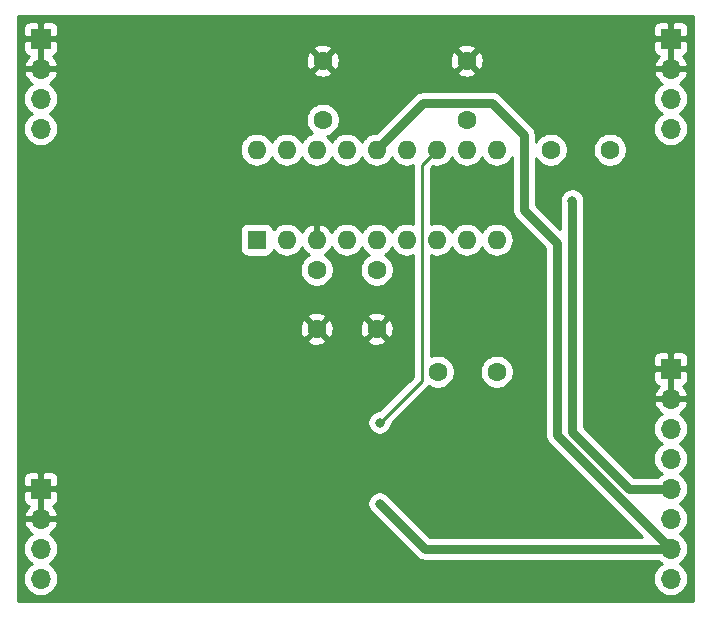
<source format=gbl>
G04 #@! TF.GenerationSoftware,KiCad,Pcbnew,5.1.2-f72e74a~84~ubuntu18.04.1*
G04 #@! TF.CreationDate,2019-06-17T21:00:12-04:00*
G04 #@! TF.ProjectId,CEM3320_LPF_plug_in_board,43454d33-3332-4305-9f4c-50465f706c75,1*
G04 #@! TF.SameCoordinates,Original*
G04 #@! TF.FileFunction,Copper,L2,Bot*
G04 #@! TF.FilePolarity,Positive*
%FSLAX46Y46*%
G04 Gerber Fmt 4.6, Leading zero omitted, Abs format (unit mm)*
G04 Created by KiCad (PCBNEW 5.1.2-f72e74a~84~ubuntu18.04.1) date 2019-06-17 21:00:12*
%MOMM*%
%LPD*%
G04 APERTURE LIST*
%ADD10O,1.600000X1.600000*%
%ADD11R,1.600000X1.600000*%
%ADD12O,1.700000X1.700000*%
%ADD13R,1.700000X1.700000*%
%ADD14C,1.600000*%
%ADD15C,0.800000*%
%ADD16C,0.762000*%
%ADD17C,0.250000*%
%ADD18C,0.254000*%
G04 APERTURE END LIST*
D10*
X147828000Y-88138000D03*
X168148000Y-95758000D03*
X150368000Y-88138000D03*
X165608000Y-95758000D03*
X152908000Y-88138000D03*
X163068000Y-95758000D03*
X155448000Y-88138000D03*
X160528000Y-95758000D03*
X157988000Y-88138000D03*
X157988000Y-95758000D03*
X160528000Y-88138000D03*
X155448000Y-95758000D03*
X163068000Y-88138000D03*
X152908000Y-95758000D03*
X165608000Y-88138000D03*
X150368000Y-95758000D03*
X168148000Y-88138000D03*
D11*
X147828000Y-95758000D03*
D12*
X182880000Y-124460000D03*
X182880000Y-121920000D03*
X182880000Y-119380000D03*
X182880000Y-116840000D03*
X182880000Y-114300000D03*
X182880000Y-111760000D03*
X182880000Y-109220000D03*
D13*
X182880000Y-106680000D03*
D12*
X182880000Y-86360000D03*
X182880000Y-83820000D03*
X182880000Y-81280000D03*
D13*
X182880000Y-78740000D03*
D12*
X129540000Y-86360000D03*
X129540000Y-83820000D03*
X129540000Y-81280000D03*
D13*
X129540000Y-78740000D03*
D12*
X129540000Y-124460000D03*
X129540000Y-121920000D03*
X129540000Y-119380000D03*
D13*
X129540000Y-116840000D03*
D14*
X172720000Y-88138000D03*
X177720000Y-88138000D03*
X165608000Y-80598000D03*
X165608000Y-85598000D03*
X163148000Y-106934000D03*
X168148000Y-106934000D03*
X153416000Y-80598000D03*
X153416000Y-85598000D03*
X152908000Y-103298000D03*
X152908000Y-98298000D03*
X157988000Y-103298000D03*
X157988000Y-98298000D03*
D15*
X171958000Y-120396000D03*
X175260000Y-118364000D03*
X158242000Y-118110000D03*
X174534990Y-92456000D03*
X158242000Y-111252000D03*
D16*
X182880000Y-121920000D02*
X162052000Y-121920000D01*
X162052000Y-121920000D02*
X158242000Y-118110000D01*
X173228000Y-96012000D02*
X170434000Y-93218000D01*
X161909001Y-84216999D02*
X158787999Y-87338001D01*
X173228000Y-112268000D02*
X173228000Y-96012000D01*
X158787999Y-87338001D02*
X157988000Y-88138000D01*
X182880000Y-121920000D02*
X173228000Y-112268000D01*
X170434000Y-93218000D02*
X170434000Y-86868000D01*
X170434000Y-86868000D02*
X167782999Y-84216999D01*
X167782999Y-84216999D02*
X161909001Y-84216999D01*
X174534990Y-93021685D02*
X174534990Y-92456000D01*
X174534990Y-112050990D02*
X174534990Y-93021685D01*
X179324000Y-116840000D02*
X174534990Y-112050990D01*
X182880000Y-116840000D02*
X179324000Y-116840000D01*
D17*
X161798000Y-107696000D02*
X158242000Y-111252000D01*
X163068000Y-88138000D02*
X161798000Y-89408000D01*
X161798000Y-89408000D02*
X161798000Y-107696000D01*
D18*
G36*
X184760001Y-126340000D02*
G01*
X127660000Y-126340000D01*
X127660000Y-121920000D01*
X128047815Y-121920000D01*
X128076487Y-122211111D01*
X128161401Y-122491034D01*
X128299294Y-122749014D01*
X128484866Y-122975134D01*
X128710986Y-123160706D01*
X128765791Y-123190000D01*
X128710986Y-123219294D01*
X128484866Y-123404866D01*
X128299294Y-123630986D01*
X128161401Y-123888966D01*
X128076487Y-124168889D01*
X128047815Y-124460000D01*
X128076487Y-124751111D01*
X128161401Y-125031034D01*
X128299294Y-125289014D01*
X128484866Y-125515134D01*
X128710986Y-125700706D01*
X128968966Y-125838599D01*
X129248889Y-125923513D01*
X129467050Y-125945000D01*
X129612950Y-125945000D01*
X129831111Y-125923513D01*
X130111034Y-125838599D01*
X130369014Y-125700706D01*
X130595134Y-125515134D01*
X130780706Y-125289014D01*
X130918599Y-125031034D01*
X131003513Y-124751111D01*
X131032185Y-124460000D01*
X131003513Y-124168889D01*
X130918599Y-123888966D01*
X130780706Y-123630986D01*
X130595134Y-123404866D01*
X130369014Y-123219294D01*
X130314209Y-123190000D01*
X130369014Y-123160706D01*
X130595134Y-122975134D01*
X130780706Y-122749014D01*
X130918599Y-122491034D01*
X131003513Y-122211111D01*
X131032185Y-121920000D01*
X131003513Y-121628889D01*
X130918599Y-121348966D01*
X130780706Y-121090986D01*
X130595134Y-120864866D01*
X130369014Y-120679294D01*
X130304477Y-120644799D01*
X130421355Y-120575178D01*
X130637588Y-120380269D01*
X130811641Y-120146920D01*
X130936825Y-119884099D01*
X130981476Y-119736890D01*
X130860155Y-119507000D01*
X129667000Y-119507000D01*
X129667000Y-119527000D01*
X129413000Y-119527000D01*
X129413000Y-119507000D01*
X128219845Y-119507000D01*
X128098524Y-119736890D01*
X128143175Y-119884099D01*
X128268359Y-120146920D01*
X128442412Y-120380269D01*
X128658645Y-120575178D01*
X128775523Y-120644799D01*
X128710986Y-120679294D01*
X128484866Y-120864866D01*
X128299294Y-121090986D01*
X128161401Y-121348966D01*
X128076487Y-121628889D01*
X128047815Y-121920000D01*
X127660000Y-121920000D01*
X127660000Y-117690000D01*
X128051928Y-117690000D01*
X128064188Y-117814482D01*
X128100498Y-117934180D01*
X128159463Y-118044494D01*
X128238815Y-118141185D01*
X128335506Y-118220537D01*
X128445820Y-118279502D01*
X128526466Y-118303966D01*
X128442412Y-118379731D01*
X128268359Y-118613080D01*
X128143175Y-118875901D01*
X128098524Y-119023110D01*
X128219845Y-119253000D01*
X129413000Y-119253000D01*
X129413000Y-116967000D01*
X129667000Y-116967000D01*
X129667000Y-119253000D01*
X130860155Y-119253000D01*
X130981476Y-119023110D01*
X130936825Y-118875901D01*
X130811641Y-118613080D01*
X130637588Y-118379731D01*
X130553534Y-118303966D01*
X130634180Y-118279502D01*
X130744494Y-118220537D01*
X130841185Y-118141185D01*
X130920537Y-118044494D01*
X130979502Y-117934180D01*
X131015812Y-117814482D01*
X131028072Y-117690000D01*
X131025000Y-117125750D01*
X130866250Y-116967000D01*
X129667000Y-116967000D01*
X129413000Y-116967000D01*
X128213750Y-116967000D01*
X128055000Y-117125750D01*
X128051928Y-117690000D01*
X127660000Y-117690000D01*
X127660000Y-115990000D01*
X128051928Y-115990000D01*
X128055000Y-116554250D01*
X128213750Y-116713000D01*
X129413000Y-116713000D01*
X129413000Y-115513750D01*
X129667000Y-115513750D01*
X129667000Y-116713000D01*
X130866250Y-116713000D01*
X131025000Y-116554250D01*
X131028072Y-115990000D01*
X131015812Y-115865518D01*
X130979502Y-115745820D01*
X130920537Y-115635506D01*
X130841185Y-115538815D01*
X130744494Y-115459463D01*
X130634180Y-115400498D01*
X130514482Y-115364188D01*
X130390000Y-115351928D01*
X129825750Y-115355000D01*
X129667000Y-115513750D01*
X129413000Y-115513750D01*
X129254250Y-115355000D01*
X128690000Y-115351928D01*
X128565518Y-115364188D01*
X128445820Y-115400498D01*
X128335506Y-115459463D01*
X128238815Y-115538815D01*
X128159463Y-115635506D01*
X128100498Y-115745820D01*
X128064188Y-115865518D01*
X128051928Y-115990000D01*
X127660000Y-115990000D01*
X127660000Y-104290702D01*
X152094903Y-104290702D01*
X152166486Y-104534671D01*
X152421996Y-104655571D01*
X152696184Y-104724300D01*
X152978512Y-104738217D01*
X153258130Y-104696787D01*
X153524292Y-104601603D01*
X153649514Y-104534671D01*
X153721097Y-104290702D01*
X157174903Y-104290702D01*
X157246486Y-104534671D01*
X157501996Y-104655571D01*
X157776184Y-104724300D01*
X158058512Y-104738217D01*
X158338130Y-104696787D01*
X158604292Y-104601603D01*
X158729514Y-104534671D01*
X158801097Y-104290702D01*
X157988000Y-103477605D01*
X157174903Y-104290702D01*
X153721097Y-104290702D01*
X152908000Y-103477605D01*
X152094903Y-104290702D01*
X127660000Y-104290702D01*
X127660000Y-103368512D01*
X151467783Y-103368512D01*
X151509213Y-103648130D01*
X151604397Y-103914292D01*
X151671329Y-104039514D01*
X151915298Y-104111097D01*
X152728395Y-103298000D01*
X153087605Y-103298000D01*
X153900702Y-104111097D01*
X154144671Y-104039514D01*
X154265571Y-103784004D01*
X154334300Y-103509816D01*
X154341265Y-103368512D01*
X156547783Y-103368512D01*
X156589213Y-103648130D01*
X156684397Y-103914292D01*
X156751329Y-104039514D01*
X156995298Y-104111097D01*
X157808395Y-103298000D01*
X158167605Y-103298000D01*
X158980702Y-104111097D01*
X159224671Y-104039514D01*
X159345571Y-103784004D01*
X159414300Y-103509816D01*
X159428217Y-103227488D01*
X159386787Y-102947870D01*
X159291603Y-102681708D01*
X159224671Y-102556486D01*
X158980702Y-102484903D01*
X158167605Y-103298000D01*
X157808395Y-103298000D01*
X156995298Y-102484903D01*
X156751329Y-102556486D01*
X156630429Y-102811996D01*
X156561700Y-103086184D01*
X156547783Y-103368512D01*
X154341265Y-103368512D01*
X154348217Y-103227488D01*
X154306787Y-102947870D01*
X154211603Y-102681708D01*
X154144671Y-102556486D01*
X153900702Y-102484903D01*
X153087605Y-103298000D01*
X152728395Y-103298000D01*
X151915298Y-102484903D01*
X151671329Y-102556486D01*
X151550429Y-102811996D01*
X151481700Y-103086184D01*
X151467783Y-103368512D01*
X127660000Y-103368512D01*
X127660000Y-102305298D01*
X152094903Y-102305298D01*
X152908000Y-103118395D01*
X153721097Y-102305298D01*
X157174903Y-102305298D01*
X157988000Y-103118395D01*
X158801097Y-102305298D01*
X158729514Y-102061329D01*
X158474004Y-101940429D01*
X158199816Y-101871700D01*
X157917488Y-101857783D01*
X157637870Y-101899213D01*
X157371708Y-101994397D01*
X157246486Y-102061329D01*
X157174903Y-102305298D01*
X153721097Y-102305298D01*
X153649514Y-102061329D01*
X153394004Y-101940429D01*
X153119816Y-101871700D01*
X152837488Y-101857783D01*
X152557870Y-101899213D01*
X152291708Y-101994397D01*
X152166486Y-102061329D01*
X152094903Y-102305298D01*
X127660000Y-102305298D01*
X127660000Y-88138000D01*
X146386057Y-88138000D01*
X146413764Y-88419309D01*
X146495818Y-88689808D01*
X146629068Y-88939101D01*
X146808392Y-89157608D01*
X147026899Y-89336932D01*
X147276192Y-89470182D01*
X147546691Y-89552236D01*
X147757508Y-89573000D01*
X147898492Y-89573000D01*
X148109309Y-89552236D01*
X148379808Y-89470182D01*
X148629101Y-89336932D01*
X148847608Y-89157608D01*
X149026932Y-88939101D01*
X149098000Y-88806142D01*
X149169068Y-88939101D01*
X149348392Y-89157608D01*
X149566899Y-89336932D01*
X149816192Y-89470182D01*
X150086691Y-89552236D01*
X150297508Y-89573000D01*
X150438492Y-89573000D01*
X150649309Y-89552236D01*
X150919808Y-89470182D01*
X151169101Y-89336932D01*
X151387608Y-89157608D01*
X151566932Y-88939101D01*
X151638000Y-88806142D01*
X151709068Y-88939101D01*
X151888392Y-89157608D01*
X152106899Y-89336932D01*
X152356192Y-89470182D01*
X152626691Y-89552236D01*
X152837508Y-89573000D01*
X152978492Y-89573000D01*
X153189309Y-89552236D01*
X153459808Y-89470182D01*
X153709101Y-89336932D01*
X153927608Y-89157608D01*
X154106932Y-88939101D01*
X154178000Y-88806142D01*
X154249068Y-88939101D01*
X154428392Y-89157608D01*
X154646899Y-89336932D01*
X154896192Y-89470182D01*
X155166691Y-89552236D01*
X155377508Y-89573000D01*
X155518492Y-89573000D01*
X155729309Y-89552236D01*
X155999808Y-89470182D01*
X156249101Y-89336932D01*
X156467608Y-89157608D01*
X156646932Y-88939101D01*
X156718000Y-88806142D01*
X156789068Y-88939101D01*
X156968392Y-89157608D01*
X157186899Y-89336932D01*
X157436192Y-89470182D01*
X157706691Y-89552236D01*
X157917508Y-89573000D01*
X158058492Y-89573000D01*
X158269309Y-89552236D01*
X158539808Y-89470182D01*
X158789101Y-89336932D01*
X159007608Y-89157608D01*
X159186932Y-88939101D01*
X159258000Y-88806142D01*
X159329068Y-88939101D01*
X159508392Y-89157608D01*
X159726899Y-89336932D01*
X159976192Y-89470182D01*
X160246691Y-89552236D01*
X160457508Y-89573000D01*
X160598492Y-89573000D01*
X160809309Y-89552236D01*
X161038000Y-89482864D01*
X161038000Y-94413136D01*
X160809309Y-94343764D01*
X160598492Y-94323000D01*
X160457508Y-94323000D01*
X160246691Y-94343764D01*
X159976192Y-94425818D01*
X159726899Y-94559068D01*
X159508392Y-94738392D01*
X159329068Y-94956899D01*
X159258000Y-95089858D01*
X159186932Y-94956899D01*
X159007608Y-94738392D01*
X158789101Y-94559068D01*
X158539808Y-94425818D01*
X158269309Y-94343764D01*
X158058492Y-94323000D01*
X157917508Y-94323000D01*
X157706691Y-94343764D01*
X157436192Y-94425818D01*
X157186899Y-94559068D01*
X156968392Y-94738392D01*
X156789068Y-94956899D01*
X156718000Y-95089858D01*
X156646932Y-94956899D01*
X156467608Y-94738392D01*
X156249101Y-94559068D01*
X155999808Y-94425818D01*
X155729309Y-94343764D01*
X155518492Y-94323000D01*
X155377508Y-94323000D01*
X155166691Y-94343764D01*
X154896192Y-94425818D01*
X154646899Y-94559068D01*
X154428392Y-94738392D01*
X154249068Y-94956899D01*
X154175421Y-95094682D01*
X154060385Y-94902869D01*
X153871414Y-94694481D01*
X153645420Y-94526963D01*
X153391087Y-94406754D01*
X153257039Y-94366096D01*
X153035000Y-94488085D01*
X153035000Y-95631000D01*
X153055000Y-95631000D01*
X153055000Y-95885000D01*
X153035000Y-95885000D01*
X153035000Y-95905000D01*
X152781000Y-95905000D01*
X152781000Y-95885000D01*
X152761000Y-95885000D01*
X152761000Y-95631000D01*
X152781000Y-95631000D01*
X152781000Y-94488085D01*
X152558961Y-94366096D01*
X152424913Y-94406754D01*
X152170580Y-94526963D01*
X151944586Y-94694481D01*
X151755615Y-94902869D01*
X151640579Y-95094682D01*
X151566932Y-94956899D01*
X151387608Y-94738392D01*
X151169101Y-94559068D01*
X150919808Y-94425818D01*
X150649309Y-94343764D01*
X150438492Y-94323000D01*
X150297508Y-94323000D01*
X150086691Y-94343764D01*
X149816192Y-94425818D01*
X149566899Y-94559068D01*
X149348392Y-94738392D01*
X149255581Y-94851482D01*
X149253812Y-94833518D01*
X149217502Y-94713820D01*
X149158537Y-94603506D01*
X149079185Y-94506815D01*
X148982494Y-94427463D01*
X148872180Y-94368498D01*
X148752482Y-94332188D01*
X148628000Y-94319928D01*
X147028000Y-94319928D01*
X146903518Y-94332188D01*
X146783820Y-94368498D01*
X146673506Y-94427463D01*
X146576815Y-94506815D01*
X146497463Y-94603506D01*
X146438498Y-94713820D01*
X146402188Y-94833518D01*
X146389928Y-94958000D01*
X146389928Y-96558000D01*
X146402188Y-96682482D01*
X146438498Y-96802180D01*
X146497463Y-96912494D01*
X146576815Y-97009185D01*
X146673506Y-97088537D01*
X146783820Y-97147502D01*
X146903518Y-97183812D01*
X147028000Y-97196072D01*
X148628000Y-97196072D01*
X148752482Y-97183812D01*
X148872180Y-97147502D01*
X148982494Y-97088537D01*
X149079185Y-97009185D01*
X149158537Y-96912494D01*
X149217502Y-96802180D01*
X149253812Y-96682482D01*
X149255581Y-96664518D01*
X149348392Y-96777608D01*
X149566899Y-96956932D01*
X149816192Y-97090182D01*
X150086691Y-97172236D01*
X150297508Y-97193000D01*
X150438492Y-97193000D01*
X150649309Y-97172236D01*
X150919808Y-97090182D01*
X151169101Y-96956932D01*
X151387608Y-96777608D01*
X151566932Y-96559101D01*
X151640579Y-96421318D01*
X151755615Y-96613131D01*
X151944586Y-96821519D01*
X152170580Y-96989037D01*
X152239565Y-97021643D01*
X152228273Y-97026320D01*
X151993241Y-97183363D01*
X151793363Y-97383241D01*
X151636320Y-97618273D01*
X151528147Y-97879426D01*
X151473000Y-98156665D01*
X151473000Y-98439335D01*
X151528147Y-98716574D01*
X151636320Y-98977727D01*
X151793363Y-99212759D01*
X151993241Y-99412637D01*
X152228273Y-99569680D01*
X152489426Y-99677853D01*
X152766665Y-99733000D01*
X153049335Y-99733000D01*
X153326574Y-99677853D01*
X153587727Y-99569680D01*
X153822759Y-99412637D01*
X154022637Y-99212759D01*
X154179680Y-98977727D01*
X154287853Y-98716574D01*
X154343000Y-98439335D01*
X154343000Y-98156665D01*
X154287853Y-97879426D01*
X154179680Y-97618273D01*
X154022637Y-97383241D01*
X153822759Y-97183363D01*
X153587727Y-97026320D01*
X153576435Y-97021643D01*
X153645420Y-96989037D01*
X153871414Y-96821519D01*
X154060385Y-96613131D01*
X154175421Y-96421318D01*
X154249068Y-96559101D01*
X154428392Y-96777608D01*
X154646899Y-96956932D01*
X154896192Y-97090182D01*
X155166691Y-97172236D01*
X155377508Y-97193000D01*
X155518492Y-97193000D01*
X155729309Y-97172236D01*
X155999808Y-97090182D01*
X156249101Y-96956932D01*
X156467608Y-96777608D01*
X156646932Y-96559101D01*
X156718000Y-96426142D01*
X156789068Y-96559101D01*
X156968392Y-96777608D01*
X157186899Y-96956932D01*
X157313029Y-97024350D01*
X157308273Y-97026320D01*
X157073241Y-97183363D01*
X156873363Y-97383241D01*
X156716320Y-97618273D01*
X156608147Y-97879426D01*
X156553000Y-98156665D01*
X156553000Y-98439335D01*
X156608147Y-98716574D01*
X156716320Y-98977727D01*
X156873363Y-99212759D01*
X157073241Y-99412637D01*
X157308273Y-99569680D01*
X157569426Y-99677853D01*
X157846665Y-99733000D01*
X158129335Y-99733000D01*
X158406574Y-99677853D01*
X158667727Y-99569680D01*
X158902759Y-99412637D01*
X159102637Y-99212759D01*
X159259680Y-98977727D01*
X159367853Y-98716574D01*
X159423000Y-98439335D01*
X159423000Y-98156665D01*
X159367853Y-97879426D01*
X159259680Y-97618273D01*
X159102637Y-97383241D01*
X158902759Y-97183363D01*
X158667727Y-97026320D01*
X158662971Y-97024350D01*
X158789101Y-96956932D01*
X159007608Y-96777608D01*
X159186932Y-96559101D01*
X159258000Y-96426142D01*
X159329068Y-96559101D01*
X159508392Y-96777608D01*
X159726899Y-96956932D01*
X159976192Y-97090182D01*
X160246691Y-97172236D01*
X160457508Y-97193000D01*
X160598492Y-97193000D01*
X160809309Y-97172236D01*
X161038000Y-97102864D01*
X161038001Y-107381196D01*
X158202199Y-110217000D01*
X158140061Y-110217000D01*
X157940102Y-110256774D01*
X157751744Y-110334795D01*
X157582226Y-110448063D01*
X157438063Y-110592226D01*
X157324795Y-110761744D01*
X157246774Y-110950102D01*
X157207000Y-111150061D01*
X157207000Y-111353939D01*
X157246774Y-111553898D01*
X157324795Y-111742256D01*
X157438063Y-111911774D01*
X157582226Y-112055937D01*
X157751744Y-112169205D01*
X157940102Y-112247226D01*
X158140061Y-112287000D01*
X158343939Y-112287000D01*
X158543898Y-112247226D01*
X158732256Y-112169205D01*
X158901774Y-112055937D01*
X159045937Y-111911774D01*
X159159205Y-111742256D01*
X159237226Y-111553898D01*
X159277000Y-111353939D01*
X159277000Y-111291801D01*
X162309008Y-108259795D01*
X162338001Y-108236001D01*
X162361795Y-108207008D01*
X162361799Y-108207004D01*
X162400209Y-108160201D01*
X162468273Y-108205680D01*
X162729426Y-108313853D01*
X163006665Y-108369000D01*
X163289335Y-108369000D01*
X163566574Y-108313853D01*
X163827727Y-108205680D01*
X164062759Y-108048637D01*
X164262637Y-107848759D01*
X164419680Y-107613727D01*
X164527853Y-107352574D01*
X164583000Y-107075335D01*
X164583000Y-106792665D01*
X166713000Y-106792665D01*
X166713000Y-107075335D01*
X166768147Y-107352574D01*
X166876320Y-107613727D01*
X167033363Y-107848759D01*
X167233241Y-108048637D01*
X167468273Y-108205680D01*
X167729426Y-108313853D01*
X168006665Y-108369000D01*
X168289335Y-108369000D01*
X168566574Y-108313853D01*
X168827727Y-108205680D01*
X169062759Y-108048637D01*
X169262637Y-107848759D01*
X169419680Y-107613727D01*
X169527853Y-107352574D01*
X169583000Y-107075335D01*
X169583000Y-106792665D01*
X169527853Y-106515426D01*
X169419680Y-106254273D01*
X169262637Y-106019241D01*
X169062759Y-105819363D01*
X168827727Y-105662320D01*
X168566574Y-105554147D01*
X168289335Y-105499000D01*
X168006665Y-105499000D01*
X167729426Y-105554147D01*
X167468273Y-105662320D01*
X167233241Y-105819363D01*
X167033363Y-106019241D01*
X166876320Y-106254273D01*
X166768147Y-106515426D01*
X166713000Y-106792665D01*
X164583000Y-106792665D01*
X164527853Y-106515426D01*
X164419680Y-106254273D01*
X164262637Y-106019241D01*
X164062759Y-105819363D01*
X163827727Y-105662320D01*
X163566574Y-105554147D01*
X163289335Y-105499000D01*
X163006665Y-105499000D01*
X162729426Y-105554147D01*
X162558000Y-105625154D01*
X162558000Y-97102864D01*
X162786691Y-97172236D01*
X162997508Y-97193000D01*
X163138492Y-97193000D01*
X163349309Y-97172236D01*
X163619808Y-97090182D01*
X163869101Y-96956932D01*
X164087608Y-96777608D01*
X164266932Y-96559101D01*
X164338000Y-96426142D01*
X164409068Y-96559101D01*
X164588392Y-96777608D01*
X164806899Y-96956932D01*
X165056192Y-97090182D01*
X165326691Y-97172236D01*
X165537508Y-97193000D01*
X165678492Y-97193000D01*
X165889309Y-97172236D01*
X166159808Y-97090182D01*
X166409101Y-96956932D01*
X166627608Y-96777608D01*
X166806932Y-96559101D01*
X166878000Y-96426142D01*
X166949068Y-96559101D01*
X167128392Y-96777608D01*
X167346899Y-96956932D01*
X167596192Y-97090182D01*
X167866691Y-97172236D01*
X168077508Y-97193000D01*
X168218492Y-97193000D01*
X168429309Y-97172236D01*
X168699808Y-97090182D01*
X168949101Y-96956932D01*
X169167608Y-96777608D01*
X169346932Y-96559101D01*
X169480182Y-96309808D01*
X169562236Y-96039309D01*
X169589943Y-95758000D01*
X169562236Y-95476691D01*
X169480182Y-95206192D01*
X169346932Y-94956899D01*
X169167608Y-94738392D01*
X168949101Y-94559068D01*
X168699808Y-94425818D01*
X168429309Y-94343764D01*
X168218492Y-94323000D01*
X168077508Y-94323000D01*
X167866691Y-94343764D01*
X167596192Y-94425818D01*
X167346899Y-94559068D01*
X167128392Y-94738392D01*
X166949068Y-94956899D01*
X166878000Y-95089858D01*
X166806932Y-94956899D01*
X166627608Y-94738392D01*
X166409101Y-94559068D01*
X166159808Y-94425818D01*
X165889309Y-94343764D01*
X165678492Y-94323000D01*
X165537508Y-94323000D01*
X165326691Y-94343764D01*
X165056192Y-94425818D01*
X164806899Y-94559068D01*
X164588392Y-94738392D01*
X164409068Y-94956899D01*
X164338000Y-95089858D01*
X164266932Y-94956899D01*
X164087608Y-94738392D01*
X163869101Y-94559068D01*
X163619808Y-94425818D01*
X163349309Y-94343764D01*
X163138492Y-94323000D01*
X162997508Y-94323000D01*
X162786691Y-94343764D01*
X162558000Y-94413136D01*
X162558000Y-89722801D01*
X162742094Y-89538708D01*
X162786691Y-89552236D01*
X162997508Y-89573000D01*
X163138492Y-89573000D01*
X163349309Y-89552236D01*
X163619808Y-89470182D01*
X163869101Y-89336932D01*
X164087608Y-89157608D01*
X164266932Y-88939101D01*
X164338000Y-88806142D01*
X164409068Y-88939101D01*
X164588392Y-89157608D01*
X164806899Y-89336932D01*
X165056192Y-89470182D01*
X165326691Y-89552236D01*
X165537508Y-89573000D01*
X165678492Y-89573000D01*
X165889309Y-89552236D01*
X166159808Y-89470182D01*
X166409101Y-89336932D01*
X166627608Y-89157608D01*
X166806932Y-88939101D01*
X166878000Y-88806142D01*
X166949068Y-88939101D01*
X167128392Y-89157608D01*
X167346899Y-89336932D01*
X167596192Y-89470182D01*
X167866691Y-89552236D01*
X168077508Y-89573000D01*
X168218492Y-89573000D01*
X168429309Y-89552236D01*
X168699808Y-89470182D01*
X168949101Y-89336932D01*
X169167608Y-89157608D01*
X169346932Y-88939101D01*
X169418001Y-88806141D01*
X169418000Y-93168098D01*
X169413085Y-93218000D01*
X169418000Y-93267901D01*
X169432702Y-93417170D01*
X169490798Y-93608686D01*
X169585140Y-93785190D01*
X169712104Y-93939896D01*
X169750872Y-93971712D01*
X172212001Y-96432842D01*
X172212000Y-112218098D01*
X172207085Y-112268000D01*
X172224191Y-112441676D01*
X172226702Y-112467170D01*
X172284798Y-112658686D01*
X172379140Y-112835190D01*
X172506104Y-112989896D01*
X172544872Y-113021712D01*
X180427159Y-120904000D01*
X162472841Y-120904000D01*
X159100046Y-117531206D01*
X159045937Y-117450226D01*
X158901774Y-117306063D01*
X158732256Y-117192795D01*
X158543898Y-117114774D01*
X158343939Y-117075000D01*
X158140061Y-117075000D01*
X157940102Y-117114774D01*
X157751744Y-117192795D01*
X157582226Y-117306063D01*
X157438063Y-117450226D01*
X157324795Y-117619744D01*
X157246774Y-117808102D01*
X157207000Y-118008061D01*
X157207000Y-118211939D01*
X157246774Y-118411898D01*
X157324795Y-118600256D01*
X157438063Y-118769774D01*
X157582226Y-118913937D01*
X157663206Y-118968046D01*
X161298292Y-122603133D01*
X161330104Y-122641896D01*
X161368865Y-122673706D01*
X161484810Y-122768860D01*
X161661313Y-122863202D01*
X161852829Y-122921298D01*
X162052000Y-122940915D01*
X162101902Y-122936000D01*
X181792750Y-122936000D01*
X181824866Y-122975134D01*
X182050986Y-123160706D01*
X182105791Y-123190000D01*
X182050986Y-123219294D01*
X181824866Y-123404866D01*
X181639294Y-123630986D01*
X181501401Y-123888966D01*
X181416487Y-124168889D01*
X181387815Y-124460000D01*
X181416487Y-124751111D01*
X181501401Y-125031034D01*
X181639294Y-125289014D01*
X181824866Y-125515134D01*
X182050986Y-125700706D01*
X182308966Y-125838599D01*
X182588889Y-125923513D01*
X182807050Y-125945000D01*
X182952950Y-125945000D01*
X183171111Y-125923513D01*
X183451034Y-125838599D01*
X183709014Y-125700706D01*
X183935134Y-125515134D01*
X184120706Y-125289014D01*
X184258599Y-125031034D01*
X184343513Y-124751111D01*
X184372185Y-124460000D01*
X184343513Y-124168889D01*
X184258599Y-123888966D01*
X184120706Y-123630986D01*
X183935134Y-123404866D01*
X183709014Y-123219294D01*
X183654209Y-123190000D01*
X183709014Y-123160706D01*
X183935134Y-122975134D01*
X184120706Y-122749014D01*
X184258599Y-122491034D01*
X184343513Y-122211111D01*
X184372185Y-121920000D01*
X184343513Y-121628889D01*
X184258599Y-121348966D01*
X184120706Y-121090986D01*
X183935134Y-120864866D01*
X183709014Y-120679294D01*
X183654209Y-120650000D01*
X183709014Y-120620706D01*
X183935134Y-120435134D01*
X184120706Y-120209014D01*
X184258599Y-119951034D01*
X184343513Y-119671111D01*
X184372185Y-119380000D01*
X184343513Y-119088889D01*
X184258599Y-118808966D01*
X184120706Y-118550986D01*
X183935134Y-118324866D01*
X183709014Y-118139294D01*
X183654209Y-118110000D01*
X183709014Y-118080706D01*
X183935134Y-117895134D01*
X184120706Y-117669014D01*
X184258599Y-117411034D01*
X184343513Y-117131111D01*
X184372185Y-116840000D01*
X184343513Y-116548889D01*
X184258599Y-116268966D01*
X184120706Y-116010986D01*
X183935134Y-115784866D01*
X183709014Y-115599294D01*
X183654209Y-115570000D01*
X183709014Y-115540706D01*
X183935134Y-115355134D01*
X184120706Y-115129014D01*
X184258599Y-114871034D01*
X184343513Y-114591111D01*
X184372185Y-114300000D01*
X184343513Y-114008889D01*
X184258599Y-113728966D01*
X184120706Y-113470986D01*
X183935134Y-113244866D01*
X183709014Y-113059294D01*
X183654209Y-113030000D01*
X183709014Y-113000706D01*
X183935134Y-112815134D01*
X184120706Y-112589014D01*
X184258599Y-112331034D01*
X184343513Y-112051111D01*
X184372185Y-111760000D01*
X184343513Y-111468889D01*
X184258599Y-111188966D01*
X184120706Y-110930986D01*
X183935134Y-110704866D01*
X183709014Y-110519294D01*
X183644477Y-110484799D01*
X183761355Y-110415178D01*
X183977588Y-110220269D01*
X184151641Y-109986920D01*
X184276825Y-109724099D01*
X184321476Y-109576890D01*
X184200155Y-109347000D01*
X183007000Y-109347000D01*
X183007000Y-109367000D01*
X182753000Y-109367000D01*
X182753000Y-109347000D01*
X181559845Y-109347000D01*
X181438524Y-109576890D01*
X181483175Y-109724099D01*
X181608359Y-109986920D01*
X181782412Y-110220269D01*
X181998645Y-110415178D01*
X182115523Y-110484799D01*
X182050986Y-110519294D01*
X181824866Y-110704866D01*
X181639294Y-110930986D01*
X181501401Y-111188966D01*
X181416487Y-111468889D01*
X181387815Y-111760000D01*
X181416487Y-112051111D01*
X181501401Y-112331034D01*
X181639294Y-112589014D01*
X181824866Y-112815134D01*
X182050986Y-113000706D01*
X182105791Y-113030000D01*
X182050986Y-113059294D01*
X181824866Y-113244866D01*
X181639294Y-113470986D01*
X181501401Y-113728966D01*
X181416487Y-114008889D01*
X181387815Y-114300000D01*
X181416487Y-114591111D01*
X181501401Y-114871034D01*
X181639294Y-115129014D01*
X181824866Y-115355134D01*
X182050986Y-115540706D01*
X182105791Y-115570000D01*
X182050986Y-115599294D01*
X181824866Y-115784866D01*
X181792750Y-115824000D01*
X179744841Y-115824000D01*
X175550990Y-111630150D01*
X175550990Y-107530000D01*
X181391928Y-107530000D01*
X181404188Y-107654482D01*
X181440498Y-107774180D01*
X181499463Y-107884494D01*
X181578815Y-107981185D01*
X181675506Y-108060537D01*
X181785820Y-108119502D01*
X181866466Y-108143966D01*
X181782412Y-108219731D01*
X181608359Y-108453080D01*
X181483175Y-108715901D01*
X181438524Y-108863110D01*
X181559845Y-109093000D01*
X182753000Y-109093000D01*
X182753000Y-106807000D01*
X183007000Y-106807000D01*
X183007000Y-109093000D01*
X184200155Y-109093000D01*
X184321476Y-108863110D01*
X184276825Y-108715901D01*
X184151641Y-108453080D01*
X183977588Y-108219731D01*
X183893534Y-108143966D01*
X183974180Y-108119502D01*
X184084494Y-108060537D01*
X184181185Y-107981185D01*
X184260537Y-107884494D01*
X184319502Y-107774180D01*
X184355812Y-107654482D01*
X184368072Y-107530000D01*
X184365000Y-106965750D01*
X184206250Y-106807000D01*
X183007000Y-106807000D01*
X182753000Y-106807000D01*
X181553750Y-106807000D01*
X181395000Y-106965750D01*
X181391928Y-107530000D01*
X175550990Y-107530000D01*
X175550990Y-105830000D01*
X181391928Y-105830000D01*
X181395000Y-106394250D01*
X181553750Y-106553000D01*
X182753000Y-106553000D01*
X182753000Y-105353750D01*
X183007000Y-105353750D01*
X183007000Y-106553000D01*
X184206250Y-106553000D01*
X184365000Y-106394250D01*
X184368072Y-105830000D01*
X184355812Y-105705518D01*
X184319502Y-105585820D01*
X184260537Y-105475506D01*
X184181185Y-105378815D01*
X184084494Y-105299463D01*
X183974180Y-105240498D01*
X183854482Y-105204188D01*
X183730000Y-105191928D01*
X183165750Y-105195000D01*
X183007000Y-105353750D01*
X182753000Y-105353750D01*
X182594250Y-105195000D01*
X182030000Y-105191928D01*
X181905518Y-105204188D01*
X181785820Y-105240498D01*
X181675506Y-105299463D01*
X181578815Y-105378815D01*
X181499463Y-105475506D01*
X181440498Y-105585820D01*
X181404188Y-105705518D01*
X181391928Y-105830000D01*
X175550990Y-105830000D01*
X175550990Y-92653459D01*
X175569990Y-92557939D01*
X175569990Y-92354061D01*
X175530216Y-92154102D01*
X175452195Y-91965744D01*
X175338927Y-91796226D01*
X175194764Y-91652063D01*
X175025246Y-91538795D01*
X174836888Y-91460774D01*
X174636929Y-91421000D01*
X174433051Y-91421000D01*
X174233092Y-91460774D01*
X174044734Y-91538795D01*
X173875216Y-91652063D01*
X173731053Y-91796226D01*
X173617785Y-91965744D01*
X173539764Y-92154102D01*
X173499990Y-92354061D01*
X173499990Y-92557939D01*
X173518990Y-92653459D01*
X173518990Y-93071586D01*
X173518991Y-93071596D01*
X173518991Y-94866150D01*
X171450000Y-92797160D01*
X171450000Y-88820241D01*
X171605363Y-89052759D01*
X171805241Y-89252637D01*
X172040273Y-89409680D01*
X172301426Y-89517853D01*
X172578665Y-89573000D01*
X172861335Y-89573000D01*
X173138574Y-89517853D01*
X173399727Y-89409680D01*
X173634759Y-89252637D01*
X173834637Y-89052759D01*
X173991680Y-88817727D01*
X174099853Y-88556574D01*
X174155000Y-88279335D01*
X174155000Y-87996665D01*
X176285000Y-87996665D01*
X176285000Y-88279335D01*
X176340147Y-88556574D01*
X176448320Y-88817727D01*
X176605363Y-89052759D01*
X176805241Y-89252637D01*
X177040273Y-89409680D01*
X177301426Y-89517853D01*
X177578665Y-89573000D01*
X177861335Y-89573000D01*
X178138574Y-89517853D01*
X178399727Y-89409680D01*
X178634759Y-89252637D01*
X178834637Y-89052759D01*
X178991680Y-88817727D01*
X179099853Y-88556574D01*
X179155000Y-88279335D01*
X179155000Y-87996665D01*
X179099853Y-87719426D01*
X178991680Y-87458273D01*
X178834637Y-87223241D01*
X178634759Y-87023363D01*
X178399727Y-86866320D01*
X178138574Y-86758147D01*
X177861335Y-86703000D01*
X177578665Y-86703000D01*
X177301426Y-86758147D01*
X177040273Y-86866320D01*
X176805241Y-87023363D01*
X176605363Y-87223241D01*
X176448320Y-87458273D01*
X176340147Y-87719426D01*
X176285000Y-87996665D01*
X174155000Y-87996665D01*
X174099853Y-87719426D01*
X173991680Y-87458273D01*
X173834637Y-87223241D01*
X173634759Y-87023363D01*
X173399727Y-86866320D01*
X173138574Y-86758147D01*
X172861335Y-86703000D01*
X172578665Y-86703000D01*
X172301426Y-86758147D01*
X172040273Y-86866320D01*
X171805241Y-87023363D01*
X171605363Y-87223241D01*
X171450000Y-87455759D01*
X171450000Y-86917902D01*
X171454915Y-86868000D01*
X171448791Y-86805818D01*
X171435298Y-86668829D01*
X171377202Y-86477313D01*
X171282860Y-86300810D01*
X171155896Y-86146104D01*
X171117133Y-86114292D01*
X168822841Y-83820000D01*
X181387815Y-83820000D01*
X181416487Y-84111111D01*
X181501401Y-84391034D01*
X181639294Y-84649014D01*
X181824866Y-84875134D01*
X182050986Y-85060706D01*
X182105791Y-85090000D01*
X182050986Y-85119294D01*
X181824866Y-85304866D01*
X181639294Y-85530986D01*
X181501401Y-85788966D01*
X181416487Y-86068889D01*
X181387815Y-86360000D01*
X181416487Y-86651111D01*
X181501401Y-86931034D01*
X181639294Y-87189014D01*
X181824866Y-87415134D01*
X182050986Y-87600706D01*
X182308966Y-87738599D01*
X182588889Y-87823513D01*
X182807050Y-87845000D01*
X182952950Y-87845000D01*
X183171111Y-87823513D01*
X183451034Y-87738599D01*
X183709014Y-87600706D01*
X183935134Y-87415134D01*
X184120706Y-87189014D01*
X184258599Y-86931034D01*
X184343513Y-86651111D01*
X184372185Y-86360000D01*
X184343513Y-86068889D01*
X184258599Y-85788966D01*
X184120706Y-85530986D01*
X183935134Y-85304866D01*
X183709014Y-85119294D01*
X183654209Y-85090000D01*
X183709014Y-85060706D01*
X183935134Y-84875134D01*
X184120706Y-84649014D01*
X184258599Y-84391034D01*
X184343513Y-84111111D01*
X184372185Y-83820000D01*
X184343513Y-83528889D01*
X184258599Y-83248966D01*
X184120706Y-82990986D01*
X183935134Y-82764866D01*
X183709014Y-82579294D01*
X183644477Y-82544799D01*
X183761355Y-82475178D01*
X183977588Y-82280269D01*
X184151641Y-82046920D01*
X184276825Y-81784099D01*
X184321476Y-81636890D01*
X184200155Y-81407000D01*
X183007000Y-81407000D01*
X183007000Y-81427000D01*
X182753000Y-81427000D01*
X182753000Y-81407000D01*
X181559845Y-81407000D01*
X181438524Y-81636890D01*
X181483175Y-81784099D01*
X181608359Y-82046920D01*
X181782412Y-82280269D01*
X181998645Y-82475178D01*
X182115523Y-82544799D01*
X182050986Y-82579294D01*
X181824866Y-82764866D01*
X181639294Y-82990986D01*
X181501401Y-83248966D01*
X181416487Y-83528889D01*
X181387815Y-83820000D01*
X168822841Y-83820000D01*
X168536711Y-83533871D01*
X168504895Y-83495103D01*
X168350189Y-83368139D01*
X168173686Y-83273797D01*
X167982170Y-83215701D01*
X167832901Y-83200999D01*
X167782999Y-83196084D01*
X167733097Y-83200999D01*
X161958894Y-83200999D01*
X161909000Y-83196085D01*
X161859106Y-83200999D01*
X161859099Y-83200999D01*
X161729178Y-83213795D01*
X161709829Y-83215701D01*
X161651733Y-83233325D01*
X161518314Y-83273797D01*
X161341811Y-83368139D01*
X161187105Y-83495103D01*
X161155293Y-83533866D01*
X158104869Y-86584291D01*
X158104864Y-86584295D01*
X157986159Y-86703000D01*
X157917508Y-86703000D01*
X157706691Y-86723764D01*
X157436192Y-86805818D01*
X157186899Y-86939068D01*
X156968392Y-87118392D01*
X156789068Y-87336899D01*
X156718000Y-87469858D01*
X156646932Y-87336899D01*
X156467608Y-87118392D01*
X156249101Y-86939068D01*
X155999808Y-86805818D01*
X155729309Y-86723764D01*
X155518492Y-86703000D01*
X155377508Y-86703000D01*
X155166691Y-86723764D01*
X154896192Y-86805818D01*
X154646899Y-86939068D01*
X154428392Y-87118392D01*
X154249068Y-87336899D01*
X154178000Y-87469858D01*
X154106932Y-87336899D01*
X153927608Y-87118392D01*
X153771620Y-86990376D01*
X153834574Y-86977853D01*
X154095727Y-86869680D01*
X154330759Y-86712637D01*
X154530637Y-86512759D01*
X154687680Y-86277727D01*
X154795853Y-86016574D01*
X154851000Y-85739335D01*
X154851000Y-85456665D01*
X154795853Y-85179426D01*
X154687680Y-84918273D01*
X154530637Y-84683241D01*
X154330759Y-84483363D01*
X154095727Y-84326320D01*
X153834574Y-84218147D01*
X153557335Y-84163000D01*
X153274665Y-84163000D01*
X152997426Y-84218147D01*
X152736273Y-84326320D01*
X152501241Y-84483363D01*
X152301363Y-84683241D01*
X152144320Y-84918273D01*
X152036147Y-85179426D01*
X151981000Y-85456665D01*
X151981000Y-85739335D01*
X152036147Y-86016574D01*
X152144320Y-86277727D01*
X152301363Y-86512759D01*
X152501241Y-86712637D01*
X152551864Y-86746462D01*
X152356192Y-86805818D01*
X152106899Y-86939068D01*
X151888392Y-87118392D01*
X151709068Y-87336899D01*
X151638000Y-87469858D01*
X151566932Y-87336899D01*
X151387608Y-87118392D01*
X151169101Y-86939068D01*
X150919808Y-86805818D01*
X150649309Y-86723764D01*
X150438492Y-86703000D01*
X150297508Y-86703000D01*
X150086691Y-86723764D01*
X149816192Y-86805818D01*
X149566899Y-86939068D01*
X149348392Y-87118392D01*
X149169068Y-87336899D01*
X149098000Y-87469858D01*
X149026932Y-87336899D01*
X148847608Y-87118392D01*
X148629101Y-86939068D01*
X148379808Y-86805818D01*
X148109309Y-86723764D01*
X147898492Y-86703000D01*
X147757508Y-86703000D01*
X147546691Y-86723764D01*
X147276192Y-86805818D01*
X147026899Y-86939068D01*
X146808392Y-87118392D01*
X146629068Y-87336899D01*
X146495818Y-87586192D01*
X146413764Y-87856691D01*
X146386057Y-88138000D01*
X127660000Y-88138000D01*
X127660000Y-83820000D01*
X128047815Y-83820000D01*
X128076487Y-84111111D01*
X128161401Y-84391034D01*
X128299294Y-84649014D01*
X128484866Y-84875134D01*
X128710986Y-85060706D01*
X128765791Y-85090000D01*
X128710986Y-85119294D01*
X128484866Y-85304866D01*
X128299294Y-85530986D01*
X128161401Y-85788966D01*
X128076487Y-86068889D01*
X128047815Y-86360000D01*
X128076487Y-86651111D01*
X128161401Y-86931034D01*
X128299294Y-87189014D01*
X128484866Y-87415134D01*
X128710986Y-87600706D01*
X128968966Y-87738599D01*
X129248889Y-87823513D01*
X129467050Y-87845000D01*
X129612950Y-87845000D01*
X129831111Y-87823513D01*
X130111034Y-87738599D01*
X130369014Y-87600706D01*
X130595134Y-87415134D01*
X130780706Y-87189014D01*
X130918599Y-86931034D01*
X131003513Y-86651111D01*
X131032185Y-86360000D01*
X131003513Y-86068889D01*
X130918599Y-85788966D01*
X130780706Y-85530986D01*
X130595134Y-85304866D01*
X130369014Y-85119294D01*
X130314209Y-85090000D01*
X130369014Y-85060706D01*
X130595134Y-84875134D01*
X130780706Y-84649014D01*
X130918599Y-84391034D01*
X131003513Y-84111111D01*
X131032185Y-83820000D01*
X131003513Y-83528889D01*
X130918599Y-83248966D01*
X130780706Y-82990986D01*
X130595134Y-82764866D01*
X130369014Y-82579294D01*
X130304477Y-82544799D01*
X130421355Y-82475178D01*
X130637588Y-82280269D01*
X130811641Y-82046920D01*
X130936825Y-81784099D01*
X130981476Y-81636890D01*
X130957101Y-81590702D01*
X152602903Y-81590702D01*
X152674486Y-81834671D01*
X152929996Y-81955571D01*
X153204184Y-82024300D01*
X153486512Y-82038217D01*
X153766130Y-81996787D01*
X154032292Y-81901603D01*
X154157514Y-81834671D01*
X154229097Y-81590702D01*
X164794903Y-81590702D01*
X164866486Y-81834671D01*
X165121996Y-81955571D01*
X165396184Y-82024300D01*
X165678512Y-82038217D01*
X165958130Y-81996787D01*
X166224292Y-81901603D01*
X166349514Y-81834671D01*
X166421097Y-81590702D01*
X165608000Y-80777605D01*
X164794903Y-81590702D01*
X154229097Y-81590702D01*
X153416000Y-80777605D01*
X152602903Y-81590702D01*
X130957101Y-81590702D01*
X130860155Y-81407000D01*
X129667000Y-81407000D01*
X129667000Y-81427000D01*
X129413000Y-81427000D01*
X129413000Y-81407000D01*
X128219845Y-81407000D01*
X128098524Y-81636890D01*
X128143175Y-81784099D01*
X128268359Y-82046920D01*
X128442412Y-82280269D01*
X128658645Y-82475178D01*
X128775523Y-82544799D01*
X128710986Y-82579294D01*
X128484866Y-82764866D01*
X128299294Y-82990986D01*
X128161401Y-83248966D01*
X128076487Y-83528889D01*
X128047815Y-83820000D01*
X127660000Y-83820000D01*
X127660000Y-79590000D01*
X128051928Y-79590000D01*
X128064188Y-79714482D01*
X128100498Y-79834180D01*
X128159463Y-79944494D01*
X128238815Y-80041185D01*
X128335506Y-80120537D01*
X128445820Y-80179502D01*
X128526466Y-80203966D01*
X128442412Y-80279731D01*
X128268359Y-80513080D01*
X128143175Y-80775901D01*
X128098524Y-80923110D01*
X128219845Y-81153000D01*
X129413000Y-81153000D01*
X129413000Y-78867000D01*
X129667000Y-78867000D01*
X129667000Y-81153000D01*
X130860155Y-81153000D01*
X130981476Y-80923110D01*
X130936825Y-80775901D01*
X130885675Y-80668512D01*
X151975783Y-80668512D01*
X152017213Y-80948130D01*
X152112397Y-81214292D01*
X152179329Y-81339514D01*
X152423298Y-81411097D01*
X153236395Y-80598000D01*
X153595605Y-80598000D01*
X154408702Y-81411097D01*
X154652671Y-81339514D01*
X154773571Y-81084004D01*
X154842300Y-80809816D01*
X154849265Y-80668512D01*
X164167783Y-80668512D01*
X164209213Y-80948130D01*
X164304397Y-81214292D01*
X164371329Y-81339514D01*
X164615298Y-81411097D01*
X165428395Y-80598000D01*
X165787605Y-80598000D01*
X166600702Y-81411097D01*
X166844671Y-81339514D01*
X166965571Y-81084004D01*
X167034300Y-80809816D01*
X167048217Y-80527488D01*
X167006787Y-80247870D01*
X166911603Y-79981708D01*
X166844671Y-79856486D01*
X166600702Y-79784903D01*
X165787605Y-80598000D01*
X165428395Y-80598000D01*
X164615298Y-79784903D01*
X164371329Y-79856486D01*
X164250429Y-80111996D01*
X164181700Y-80386184D01*
X164167783Y-80668512D01*
X154849265Y-80668512D01*
X154856217Y-80527488D01*
X154814787Y-80247870D01*
X154719603Y-79981708D01*
X154652671Y-79856486D01*
X154408702Y-79784903D01*
X153595605Y-80598000D01*
X153236395Y-80598000D01*
X152423298Y-79784903D01*
X152179329Y-79856486D01*
X152058429Y-80111996D01*
X151989700Y-80386184D01*
X151975783Y-80668512D01*
X130885675Y-80668512D01*
X130811641Y-80513080D01*
X130637588Y-80279731D01*
X130553534Y-80203966D01*
X130634180Y-80179502D01*
X130744494Y-80120537D01*
X130841185Y-80041185D01*
X130920537Y-79944494D01*
X130979502Y-79834180D01*
X131015812Y-79714482D01*
X131026565Y-79605298D01*
X152602903Y-79605298D01*
X153416000Y-80418395D01*
X154229097Y-79605298D01*
X164794903Y-79605298D01*
X165608000Y-80418395D01*
X166421097Y-79605298D01*
X166416609Y-79590000D01*
X181391928Y-79590000D01*
X181404188Y-79714482D01*
X181440498Y-79834180D01*
X181499463Y-79944494D01*
X181578815Y-80041185D01*
X181675506Y-80120537D01*
X181785820Y-80179502D01*
X181866466Y-80203966D01*
X181782412Y-80279731D01*
X181608359Y-80513080D01*
X181483175Y-80775901D01*
X181438524Y-80923110D01*
X181559845Y-81153000D01*
X182753000Y-81153000D01*
X182753000Y-78867000D01*
X183007000Y-78867000D01*
X183007000Y-81153000D01*
X184200155Y-81153000D01*
X184321476Y-80923110D01*
X184276825Y-80775901D01*
X184151641Y-80513080D01*
X183977588Y-80279731D01*
X183893534Y-80203966D01*
X183974180Y-80179502D01*
X184084494Y-80120537D01*
X184181185Y-80041185D01*
X184260537Y-79944494D01*
X184319502Y-79834180D01*
X184355812Y-79714482D01*
X184368072Y-79590000D01*
X184365000Y-79025750D01*
X184206250Y-78867000D01*
X183007000Y-78867000D01*
X182753000Y-78867000D01*
X181553750Y-78867000D01*
X181395000Y-79025750D01*
X181391928Y-79590000D01*
X166416609Y-79590000D01*
X166349514Y-79361329D01*
X166094004Y-79240429D01*
X165819816Y-79171700D01*
X165537488Y-79157783D01*
X165257870Y-79199213D01*
X164991708Y-79294397D01*
X164866486Y-79361329D01*
X164794903Y-79605298D01*
X154229097Y-79605298D01*
X154157514Y-79361329D01*
X153902004Y-79240429D01*
X153627816Y-79171700D01*
X153345488Y-79157783D01*
X153065870Y-79199213D01*
X152799708Y-79294397D01*
X152674486Y-79361329D01*
X152602903Y-79605298D01*
X131026565Y-79605298D01*
X131028072Y-79590000D01*
X131025000Y-79025750D01*
X130866250Y-78867000D01*
X129667000Y-78867000D01*
X129413000Y-78867000D01*
X128213750Y-78867000D01*
X128055000Y-79025750D01*
X128051928Y-79590000D01*
X127660000Y-79590000D01*
X127660000Y-77890000D01*
X128051928Y-77890000D01*
X128055000Y-78454250D01*
X128213750Y-78613000D01*
X129413000Y-78613000D01*
X129413000Y-77413750D01*
X129667000Y-77413750D01*
X129667000Y-78613000D01*
X130866250Y-78613000D01*
X131025000Y-78454250D01*
X131028072Y-77890000D01*
X181391928Y-77890000D01*
X181395000Y-78454250D01*
X181553750Y-78613000D01*
X182753000Y-78613000D01*
X182753000Y-77413750D01*
X183007000Y-77413750D01*
X183007000Y-78613000D01*
X184206250Y-78613000D01*
X184365000Y-78454250D01*
X184368072Y-77890000D01*
X184355812Y-77765518D01*
X184319502Y-77645820D01*
X184260537Y-77535506D01*
X184181185Y-77438815D01*
X184084494Y-77359463D01*
X183974180Y-77300498D01*
X183854482Y-77264188D01*
X183730000Y-77251928D01*
X183165750Y-77255000D01*
X183007000Y-77413750D01*
X182753000Y-77413750D01*
X182594250Y-77255000D01*
X182030000Y-77251928D01*
X181905518Y-77264188D01*
X181785820Y-77300498D01*
X181675506Y-77359463D01*
X181578815Y-77438815D01*
X181499463Y-77535506D01*
X181440498Y-77645820D01*
X181404188Y-77765518D01*
X181391928Y-77890000D01*
X131028072Y-77890000D01*
X131015812Y-77765518D01*
X130979502Y-77645820D01*
X130920537Y-77535506D01*
X130841185Y-77438815D01*
X130744494Y-77359463D01*
X130634180Y-77300498D01*
X130514482Y-77264188D01*
X130390000Y-77251928D01*
X129825750Y-77255000D01*
X129667000Y-77413750D01*
X129413000Y-77413750D01*
X129254250Y-77255000D01*
X128690000Y-77251928D01*
X128565518Y-77264188D01*
X128445820Y-77300498D01*
X128335506Y-77359463D01*
X128238815Y-77438815D01*
X128159463Y-77535506D01*
X128100498Y-77645820D01*
X128064188Y-77765518D01*
X128051928Y-77890000D01*
X127660000Y-77890000D01*
X127660000Y-76860000D01*
X184760000Y-76860000D01*
X184760001Y-126340000D01*
X184760001Y-126340000D01*
G37*
X184760001Y-126340000D02*
X127660000Y-126340000D01*
X127660000Y-121920000D01*
X128047815Y-121920000D01*
X128076487Y-122211111D01*
X128161401Y-122491034D01*
X128299294Y-122749014D01*
X128484866Y-122975134D01*
X128710986Y-123160706D01*
X128765791Y-123190000D01*
X128710986Y-123219294D01*
X128484866Y-123404866D01*
X128299294Y-123630986D01*
X128161401Y-123888966D01*
X128076487Y-124168889D01*
X128047815Y-124460000D01*
X128076487Y-124751111D01*
X128161401Y-125031034D01*
X128299294Y-125289014D01*
X128484866Y-125515134D01*
X128710986Y-125700706D01*
X128968966Y-125838599D01*
X129248889Y-125923513D01*
X129467050Y-125945000D01*
X129612950Y-125945000D01*
X129831111Y-125923513D01*
X130111034Y-125838599D01*
X130369014Y-125700706D01*
X130595134Y-125515134D01*
X130780706Y-125289014D01*
X130918599Y-125031034D01*
X131003513Y-124751111D01*
X131032185Y-124460000D01*
X131003513Y-124168889D01*
X130918599Y-123888966D01*
X130780706Y-123630986D01*
X130595134Y-123404866D01*
X130369014Y-123219294D01*
X130314209Y-123190000D01*
X130369014Y-123160706D01*
X130595134Y-122975134D01*
X130780706Y-122749014D01*
X130918599Y-122491034D01*
X131003513Y-122211111D01*
X131032185Y-121920000D01*
X131003513Y-121628889D01*
X130918599Y-121348966D01*
X130780706Y-121090986D01*
X130595134Y-120864866D01*
X130369014Y-120679294D01*
X130304477Y-120644799D01*
X130421355Y-120575178D01*
X130637588Y-120380269D01*
X130811641Y-120146920D01*
X130936825Y-119884099D01*
X130981476Y-119736890D01*
X130860155Y-119507000D01*
X129667000Y-119507000D01*
X129667000Y-119527000D01*
X129413000Y-119527000D01*
X129413000Y-119507000D01*
X128219845Y-119507000D01*
X128098524Y-119736890D01*
X128143175Y-119884099D01*
X128268359Y-120146920D01*
X128442412Y-120380269D01*
X128658645Y-120575178D01*
X128775523Y-120644799D01*
X128710986Y-120679294D01*
X128484866Y-120864866D01*
X128299294Y-121090986D01*
X128161401Y-121348966D01*
X128076487Y-121628889D01*
X128047815Y-121920000D01*
X127660000Y-121920000D01*
X127660000Y-117690000D01*
X128051928Y-117690000D01*
X128064188Y-117814482D01*
X128100498Y-117934180D01*
X128159463Y-118044494D01*
X128238815Y-118141185D01*
X128335506Y-118220537D01*
X128445820Y-118279502D01*
X128526466Y-118303966D01*
X128442412Y-118379731D01*
X128268359Y-118613080D01*
X128143175Y-118875901D01*
X128098524Y-119023110D01*
X128219845Y-119253000D01*
X129413000Y-119253000D01*
X129413000Y-116967000D01*
X129667000Y-116967000D01*
X129667000Y-119253000D01*
X130860155Y-119253000D01*
X130981476Y-119023110D01*
X130936825Y-118875901D01*
X130811641Y-118613080D01*
X130637588Y-118379731D01*
X130553534Y-118303966D01*
X130634180Y-118279502D01*
X130744494Y-118220537D01*
X130841185Y-118141185D01*
X130920537Y-118044494D01*
X130979502Y-117934180D01*
X131015812Y-117814482D01*
X131028072Y-117690000D01*
X131025000Y-117125750D01*
X130866250Y-116967000D01*
X129667000Y-116967000D01*
X129413000Y-116967000D01*
X128213750Y-116967000D01*
X128055000Y-117125750D01*
X128051928Y-117690000D01*
X127660000Y-117690000D01*
X127660000Y-115990000D01*
X128051928Y-115990000D01*
X128055000Y-116554250D01*
X128213750Y-116713000D01*
X129413000Y-116713000D01*
X129413000Y-115513750D01*
X129667000Y-115513750D01*
X129667000Y-116713000D01*
X130866250Y-116713000D01*
X131025000Y-116554250D01*
X131028072Y-115990000D01*
X131015812Y-115865518D01*
X130979502Y-115745820D01*
X130920537Y-115635506D01*
X130841185Y-115538815D01*
X130744494Y-115459463D01*
X130634180Y-115400498D01*
X130514482Y-115364188D01*
X130390000Y-115351928D01*
X129825750Y-115355000D01*
X129667000Y-115513750D01*
X129413000Y-115513750D01*
X129254250Y-115355000D01*
X128690000Y-115351928D01*
X128565518Y-115364188D01*
X128445820Y-115400498D01*
X128335506Y-115459463D01*
X128238815Y-115538815D01*
X128159463Y-115635506D01*
X128100498Y-115745820D01*
X128064188Y-115865518D01*
X128051928Y-115990000D01*
X127660000Y-115990000D01*
X127660000Y-104290702D01*
X152094903Y-104290702D01*
X152166486Y-104534671D01*
X152421996Y-104655571D01*
X152696184Y-104724300D01*
X152978512Y-104738217D01*
X153258130Y-104696787D01*
X153524292Y-104601603D01*
X153649514Y-104534671D01*
X153721097Y-104290702D01*
X157174903Y-104290702D01*
X157246486Y-104534671D01*
X157501996Y-104655571D01*
X157776184Y-104724300D01*
X158058512Y-104738217D01*
X158338130Y-104696787D01*
X158604292Y-104601603D01*
X158729514Y-104534671D01*
X158801097Y-104290702D01*
X157988000Y-103477605D01*
X157174903Y-104290702D01*
X153721097Y-104290702D01*
X152908000Y-103477605D01*
X152094903Y-104290702D01*
X127660000Y-104290702D01*
X127660000Y-103368512D01*
X151467783Y-103368512D01*
X151509213Y-103648130D01*
X151604397Y-103914292D01*
X151671329Y-104039514D01*
X151915298Y-104111097D01*
X152728395Y-103298000D01*
X153087605Y-103298000D01*
X153900702Y-104111097D01*
X154144671Y-104039514D01*
X154265571Y-103784004D01*
X154334300Y-103509816D01*
X154341265Y-103368512D01*
X156547783Y-103368512D01*
X156589213Y-103648130D01*
X156684397Y-103914292D01*
X156751329Y-104039514D01*
X156995298Y-104111097D01*
X157808395Y-103298000D01*
X158167605Y-103298000D01*
X158980702Y-104111097D01*
X159224671Y-104039514D01*
X159345571Y-103784004D01*
X159414300Y-103509816D01*
X159428217Y-103227488D01*
X159386787Y-102947870D01*
X159291603Y-102681708D01*
X159224671Y-102556486D01*
X158980702Y-102484903D01*
X158167605Y-103298000D01*
X157808395Y-103298000D01*
X156995298Y-102484903D01*
X156751329Y-102556486D01*
X156630429Y-102811996D01*
X156561700Y-103086184D01*
X156547783Y-103368512D01*
X154341265Y-103368512D01*
X154348217Y-103227488D01*
X154306787Y-102947870D01*
X154211603Y-102681708D01*
X154144671Y-102556486D01*
X153900702Y-102484903D01*
X153087605Y-103298000D01*
X152728395Y-103298000D01*
X151915298Y-102484903D01*
X151671329Y-102556486D01*
X151550429Y-102811996D01*
X151481700Y-103086184D01*
X151467783Y-103368512D01*
X127660000Y-103368512D01*
X127660000Y-102305298D01*
X152094903Y-102305298D01*
X152908000Y-103118395D01*
X153721097Y-102305298D01*
X157174903Y-102305298D01*
X157988000Y-103118395D01*
X158801097Y-102305298D01*
X158729514Y-102061329D01*
X158474004Y-101940429D01*
X158199816Y-101871700D01*
X157917488Y-101857783D01*
X157637870Y-101899213D01*
X157371708Y-101994397D01*
X157246486Y-102061329D01*
X157174903Y-102305298D01*
X153721097Y-102305298D01*
X153649514Y-102061329D01*
X153394004Y-101940429D01*
X153119816Y-101871700D01*
X152837488Y-101857783D01*
X152557870Y-101899213D01*
X152291708Y-101994397D01*
X152166486Y-102061329D01*
X152094903Y-102305298D01*
X127660000Y-102305298D01*
X127660000Y-88138000D01*
X146386057Y-88138000D01*
X146413764Y-88419309D01*
X146495818Y-88689808D01*
X146629068Y-88939101D01*
X146808392Y-89157608D01*
X147026899Y-89336932D01*
X147276192Y-89470182D01*
X147546691Y-89552236D01*
X147757508Y-89573000D01*
X147898492Y-89573000D01*
X148109309Y-89552236D01*
X148379808Y-89470182D01*
X148629101Y-89336932D01*
X148847608Y-89157608D01*
X149026932Y-88939101D01*
X149098000Y-88806142D01*
X149169068Y-88939101D01*
X149348392Y-89157608D01*
X149566899Y-89336932D01*
X149816192Y-89470182D01*
X150086691Y-89552236D01*
X150297508Y-89573000D01*
X150438492Y-89573000D01*
X150649309Y-89552236D01*
X150919808Y-89470182D01*
X151169101Y-89336932D01*
X151387608Y-89157608D01*
X151566932Y-88939101D01*
X151638000Y-88806142D01*
X151709068Y-88939101D01*
X151888392Y-89157608D01*
X152106899Y-89336932D01*
X152356192Y-89470182D01*
X152626691Y-89552236D01*
X152837508Y-89573000D01*
X152978492Y-89573000D01*
X153189309Y-89552236D01*
X153459808Y-89470182D01*
X153709101Y-89336932D01*
X153927608Y-89157608D01*
X154106932Y-88939101D01*
X154178000Y-88806142D01*
X154249068Y-88939101D01*
X154428392Y-89157608D01*
X154646899Y-89336932D01*
X154896192Y-89470182D01*
X155166691Y-89552236D01*
X155377508Y-89573000D01*
X155518492Y-89573000D01*
X155729309Y-89552236D01*
X155999808Y-89470182D01*
X156249101Y-89336932D01*
X156467608Y-89157608D01*
X156646932Y-88939101D01*
X156718000Y-88806142D01*
X156789068Y-88939101D01*
X156968392Y-89157608D01*
X157186899Y-89336932D01*
X157436192Y-89470182D01*
X157706691Y-89552236D01*
X157917508Y-89573000D01*
X158058492Y-89573000D01*
X158269309Y-89552236D01*
X158539808Y-89470182D01*
X158789101Y-89336932D01*
X159007608Y-89157608D01*
X159186932Y-88939101D01*
X159258000Y-88806142D01*
X159329068Y-88939101D01*
X159508392Y-89157608D01*
X159726899Y-89336932D01*
X159976192Y-89470182D01*
X160246691Y-89552236D01*
X160457508Y-89573000D01*
X160598492Y-89573000D01*
X160809309Y-89552236D01*
X161038000Y-89482864D01*
X161038000Y-94413136D01*
X160809309Y-94343764D01*
X160598492Y-94323000D01*
X160457508Y-94323000D01*
X160246691Y-94343764D01*
X159976192Y-94425818D01*
X159726899Y-94559068D01*
X159508392Y-94738392D01*
X159329068Y-94956899D01*
X159258000Y-95089858D01*
X159186932Y-94956899D01*
X159007608Y-94738392D01*
X158789101Y-94559068D01*
X158539808Y-94425818D01*
X158269309Y-94343764D01*
X158058492Y-94323000D01*
X157917508Y-94323000D01*
X157706691Y-94343764D01*
X157436192Y-94425818D01*
X157186899Y-94559068D01*
X156968392Y-94738392D01*
X156789068Y-94956899D01*
X156718000Y-95089858D01*
X156646932Y-94956899D01*
X156467608Y-94738392D01*
X156249101Y-94559068D01*
X155999808Y-94425818D01*
X155729309Y-94343764D01*
X155518492Y-94323000D01*
X155377508Y-94323000D01*
X155166691Y-94343764D01*
X154896192Y-94425818D01*
X154646899Y-94559068D01*
X154428392Y-94738392D01*
X154249068Y-94956899D01*
X154175421Y-95094682D01*
X154060385Y-94902869D01*
X153871414Y-94694481D01*
X153645420Y-94526963D01*
X153391087Y-94406754D01*
X153257039Y-94366096D01*
X153035000Y-94488085D01*
X153035000Y-95631000D01*
X153055000Y-95631000D01*
X153055000Y-95885000D01*
X153035000Y-95885000D01*
X153035000Y-95905000D01*
X152781000Y-95905000D01*
X152781000Y-95885000D01*
X152761000Y-95885000D01*
X152761000Y-95631000D01*
X152781000Y-95631000D01*
X152781000Y-94488085D01*
X152558961Y-94366096D01*
X152424913Y-94406754D01*
X152170580Y-94526963D01*
X151944586Y-94694481D01*
X151755615Y-94902869D01*
X151640579Y-95094682D01*
X151566932Y-94956899D01*
X151387608Y-94738392D01*
X151169101Y-94559068D01*
X150919808Y-94425818D01*
X150649309Y-94343764D01*
X150438492Y-94323000D01*
X150297508Y-94323000D01*
X150086691Y-94343764D01*
X149816192Y-94425818D01*
X149566899Y-94559068D01*
X149348392Y-94738392D01*
X149255581Y-94851482D01*
X149253812Y-94833518D01*
X149217502Y-94713820D01*
X149158537Y-94603506D01*
X149079185Y-94506815D01*
X148982494Y-94427463D01*
X148872180Y-94368498D01*
X148752482Y-94332188D01*
X148628000Y-94319928D01*
X147028000Y-94319928D01*
X146903518Y-94332188D01*
X146783820Y-94368498D01*
X146673506Y-94427463D01*
X146576815Y-94506815D01*
X146497463Y-94603506D01*
X146438498Y-94713820D01*
X146402188Y-94833518D01*
X146389928Y-94958000D01*
X146389928Y-96558000D01*
X146402188Y-96682482D01*
X146438498Y-96802180D01*
X146497463Y-96912494D01*
X146576815Y-97009185D01*
X146673506Y-97088537D01*
X146783820Y-97147502D01*
X146903518Y-97183812D01*
X147028000Y-97196072D01*
X148628000Y-97196072D01*
X148752482Y-97183812D01*
X148872180Y-97147502D01*
X148982494Y-97088537D01*
X149079185Y-97009185D01*
X149158537Y-96912494D01*
X149217502Y-96802180D01*
X149253812Y-96682482D01*
X149255581Y-96664518D01*
X149348392Y-96777608D01*
X149566899Y-96956932D01*
X149816192Y-97090182D01*
X150086691Y-97172236D01*
X150297508Y-97193000D01*
X150438492Y-97193000D01*
X150649309Y-97172236D01*
X150919808Y-97090182D01*
X151169101Y-96956932D01*
X151387608Y-96777608D01*
X151566932Y-96559101D01*
X151640579Y-96421318D01*
X151755615Y-96613131D01*
X151944586Y-96821519D01*
X152170580Y-96989037D01*
X152239565Y-97021643D01*
X152228273Y-97026320D01*
X151993241Y-97183363D01*
X151793363Y-97383241D01*
X151636320Y-97618273D01*
X151528147Y-97879426D01*
X151473000Y-98156665D01*
X151473000Y-98439335D01*
X151528147Y-98716574D01*
X151636320Y-98977727D01*
X151793363Y-99212759D01*
X151993241Y-99412637D01*
X152228273Y-99569680D01*
X152489426Y-99677853D01*
X152766665Y-99733000D01*
X153049335Y-99733000D01*
X153326574Y-99677853D01*
X153587727Y-99569680D01*
X153822759Y-99412637D01*
X154022637Y-99212759D01*
X154179680Y-98977727D01*
X154287853Y-98716574D01*
X154343000Y-98439335D01*
X154343000Y-98156665D01*
X154287853Y-97879426D01*
X154179680Y-97618273D01*
X154022637Y-97383241D01*
X153822759Y-97183363D01*
X153587727Y-97026320D01*
X153576435Y-97021643D01*
X153645420Y-96989037D01*
X153871414Y-96821519D01*
X154060385Y-96613131D01*
X154175421Y-96421318D01*
X154249068Y-96559101D01*
X154428392Y-96777608D01*
X154646899Y-96956932D01*
X154896192Y-97090182D01*
X155166691Y-97172236D01*
X155377508Y-97193000D01*
X155518492Y-97193000D01*
X155729309Y-97172236D01*
X155999808Y-97090182D01*
X156249101Y-96956932D01*
X156467608Y-96777608D01*
X156646932Y-96559101D01*
X156718000Y-96426142D01*
X156789068Y-96559101D01*
X156968392Y-96777608D01*
X157186899Y-96956932D01*
X157313029Y-97024350D01*
X157308273Y-97026320D01*
X157073241Y-97183363D01*
X156873363Y-97383241D01*
X156716320Y-97618273D01*
X156608147Y-97879426D01*
X156553000Y-98156665D01*
X156553000Y-98439335D01*
X156608147Y-98716574D01*
X156716320Y-98977727D01*
X156873363Y-99212759D01*
X157073241Y-99412637D01*
X157308273Y-99569680D01*
X157569426Y-99677853D01*
X157846665Y-99733000D01*
X158129335Y-99733000D01*
X158406574Y-99677853D01*
X158667727Y-99569680D01*
X158902759Y-99412637D01*
X159102637Y-99212759D01*
X159259680Y-98977727D01*
X159367853Y-98716574D01*
X159423000Y-98439335D01*
X159423000Y-98156665D01*
X159367853Y-97879426D01*
X159259680Y-97618273D01*
X159102637Y-97383241D01*
X158902759Y-97183363D01*
X158667727Y-97026320D01*
X158662971Y-97024350D01*
X158789101Y-96956932D01*
X159007608Y-96777608D01*
X159186932Y-96559101D01*
X159258000Y-96426142D01*
X159329068Y-96559101D01*
X159508392Y-96777608D01*
X159726899Y-96956932D01*
X159976192Y-97090182D01*
X160246691Y-97172236D01*
X160457508Y-97193000D01*
X160598492Y-97193000D01*
X160809309Y-97172236D01*
X161038000Y-97102864D01*
X161038001Y-107381196D01*
X158202199Y-110217000D01*
X158140061Y-110217000D01*
X157940102Y-110256774D01*
X157751744Y-110334795D01*
X157582226Y-110448063D01*
X157438063Y-110592226D01*
X157324795Y-110761744D01*
X157246774Y-110950102D01*
X157207000Y-111150061D01*
X157207000Y-111353939D01*
X157246774Y-111553898D01*
X157324795Y-111742256D01*
X157438063Y-111911774D01*
X157582226Y-112055937D01*
X157751744Y-112169205D01*
X157940102Y-112247226D01*
X158140061Y-112287000D01*
X158343939Y-112287000D01*
X158543898Y-112247226D01*
X158732256Y-112169205D01*
X158901774Y-112055937D01*
X159045937Y-111911774D01*
X159159205Y-111742256D01*
X159237226Y-111553898D01*
X159277000Y-111353939D01*
X159277000Y-111291801D01*
X162309008Y-108259795D01*
X162338001Y-108236001D01*
X162361795Y-108207008D01*
X162361799Y-108207004D01*
X162400209Y-108160201D01*
X162468273Y-108205680D01*
X162729426Y-108313853D01*
X163006665Y-108369000D01*
X163289335Y-108369000D01*
X163566574Y-108313853D01*
X163827727Y-108205680D01*
X164062759Y-108048637D01*
X164262637Y-107848759D01*
X164419680Y-107613727D01*
X164527853Y-107352574D01*
X164583000Y-107075335D01*
X164583000Y-106792665D01*
X166713000Y-106792665D01*
X166713000Y-107075335D01*
X166768147Y-107352574D01*
X166876320Y-107613727D01*
X167033363Y-107848759D01*
X167233241Y-108048637D01*
X167468273Y-108205680D01*
X167729426Y-108313853D01*
X168006665Y-108369000D01*
X168289335Y-108369000D01*
X168566574Y-108313853D01*
X168827727Y-108205680D01*
X169062759Y-108048637D01*
X169262637Y-107848759D01*
X169419680Y-107613727D01*
X169527853Y-107352574D01*
X169583000Y-107075335D01*
X169583000Y-106792665D01*
X169527853Y-106515426D01*
X169419680Y-106254273D01*
X169262637Y-106019241D01*
X169062759Y-105819363D01*
X168827727Y-105662320D01*
X168566574Y-105554147D01*
X168289335Y-105499000D01*
X168006665Y-105499000D01*
X167729426Y-105554147D01*
X167468273Y-105662320D01*
X167233241Y-105819363D01*
X167033363Y-106019241D01*
X166876320Y-106254273D01*
X166768147Y-106515426D01*
X166713000Y-106792665D01*
X164583000Y-106792665D01*
X164527853Y-106515426D01*
X164419680Y-106254273D01*
X164262637Y-106019241D01*
X164062759Y-105819363D01*
X163827727Y-105662320D01*
X163566574Y-105554147D01*
X163289335Y-105499000D01*
X163006665Y-105499000D01*
X162729426Y-105554147D01*
X162558000Y-105625154D01*
X162558000Y-97102864D01*
X162786691Y-97172236D01*
X162997508Y-97193000D01*
X163138492Y-97193000D01*
X163349309Y-97172236D01*
X163619808Y-97090182D01*
X163869101Y-96956932D01*
X164087608Y-96777608D01*
X164266932Y-96559101D01*
X164338000Y-96426142D01*
X164409068Y-96559101D01*
X164588392Y-96777608D01*
X164806899Y-96956932D01*
X165056192Y-97090182D01*
X165326691Y-97172236D01*
X165537508Y-97193000D01*
X165678492Y-97193000D01*
X165889309Y-97172236D01*
X166159808Y-97090182D01*
X166409101Y-96956932D01*
X166627608Y-96777608D01*
X166806932Y-96559101D01*
X166878000Y-96426142D01*
X166949068Y-96559101D01*
X167128392Y-96777608D01*
X167346899Y-96956932D01*
X167596192Y-97090182D01*
X167866691Y-97172236D01*
X168077508Y-97193000D01*
X168218492Y-97193000D01*
X168429309Y-97172236D01*
X168699808Y-97090182D01*
X168949101Y-96956932D01*
X169167608Y-96777608D01*
X169346932Y-96559101D01*
X169480182Y-96309808D01*
X169562236Y-96039309D01*
X169589943Y-95758000D01*
X169562236Y-95476691D01*
X169480182Y-95206192D01*
X169346932Y-94956899D01*
X169167608Y-94738392D01*
X168949101Y-94559068D01*
X168699808Y-94425818D01*
X168429309Y-94343764D01*
X168218492Y-94323000D01*
X168077508Y-94323000D01*
X167866691Y-94343764D01*
X167596192Y-94425818D01*
X167346899Y-94559068D01*
X167128392Y-94738392D01*
X166949068Y-94956899D01*
X166878000Y-95089858D01*
X166806932Y-94956899D01*
X166627608Y-94738392D01*
X166409101Y-94559068D01*
X166159808Y-94425818D01*
X165889309Y-94343764D01*
X165678492Y-94323000D01*
X165537508Y-94323000D01*
X165326691Y-94343764D01*
X165056192Y-94425818D01*
X164806899Y-94559068D01*
X164588392Y-94738392D01*
X164409068Y-94956899D01*
X164338000Y-95089858D01*
X164266932Y-94956899D01*
X164087608Y-94738392D01*
X163869101Y-94559068D01*
X163619808Y-94425818D01*
X163349309Y-94343764D01*
X163138492Y-94323000D01*
X162997508Y-94323000D01*
X162786691Y-94343764D01*
X162558000Y-94413136D01*
X162558000Y-89722801D01*
X162742094Y-89538708D01*
X162786691Y-89552236D01*
X162997508Y-89573000D01*
X163138492Y-89573000D01*
X163349309Y-89552236D01*
X163619808Y-89470182D01*
X163869101Y-89336932D01*
X164087608Y-89157608D01*
X164266932Y-88939101D01*
X164338000Y-88806142D01*
X164409068Y-88939101D01*
X164588392Y-89157608D01*
X164806899Y-89336932D01*
X165056192Y-89470182D01*
X165326691Y-89552236D01*
X165537508Y-89573000D01*
X165678492Y-89573000D01*
X165889309Y-89552236D01*
X166159808Y-89470182D01*
X166409101Y-89336932D01*
X166627608Y-89157608D01*
X166806932Y-88939101D01*
X166878000Y-88806142D01*
X166949068Y-88939101D01*
X167128392Y-89157608D01*
X167346899Y-89336932D01*
X167596192Y-89470182D01*
X167866691Y-89552236D01*
X168077508Y-89573000D01*
X168218492Y-89573000D01*
X168429309Y-89552236D01*
X168699808Y-89470182D01*
X168949101Y-89336932D01*
X169167608Y-89157608D01*
X169346932Y-88939101D01*
X169418001Y-88806141D01*
X169418000Y-93168098D01*
X169413085Y-93218000D01*
X169418000Y-93267901D01*
X169432702Y-93417170D01*
X169490798Y-93608686D01*
X169585140Y-93785190D01*
X169712104Y-93939896D01*
X169750872Y-93971712D01*
X172212001Y-96432842D01*
X172212000Y-112218098D01*
X172207085Y-112268000D01*
X172224191Y-112441676D01*
X172226702Y-112467170D01*
X172284798Y-112658686D01*
X172379140Y-112835190D01*
X172506104Y-112989896D01*
X172544872Y-113021712D01*
X180427159Y-120904000D01*
X162472841Y-120904000D01*
X159100046Y-117531206D01*
X159045937Y-117450226D01*
X158901774Y-117306063D01*
X158732256Y-117192795D01*
X158543898Y-117114774D01*
X158343939Y-117075000D01*
X158140061Y-117075000D01*
X157940102Y-117114774D01*
X157751744Y-117192795D01*
X157582226Y-117306063D01*
X157438063Y-117450226D01*
X157324795Y-117619744D01*
X157246774Y-117808102D01*
X157207000Y-118008061D01*
X157207000Y-118211939D01*
X157246774Y-118411898D01*
X157324795Y-118600256D01*
X157438063Y-118769774D01*
X157582226Y-118913937D01*
X157663206Y-118968046D01*
X161298292Y-122603133D01*
X161330104Y-122641896D01*
X161368865Y-122673706D01*
X161484810Y-122768860D01*
X161661313Y-122863202D01*
X161852829Y-122921298D01*
X162052000Y-122940915D01*
X162101902Y-122936000D01*
X181792750Y-122936000D01*
X181824866Y-122975134D01*
X182050986Y-123160706D01*
X182105791Y-123190000D01*
X182050986Y-123219294D01*
X181824866Y-123404866D01*
X181639294Y-123630986D01*
X181501401Y-123888966D01*
X181416487Y-124168889D01*
X181387815Y-124460000D01*
X181416487Y-124751111D01*
X181501401Y-125031034D01*
X181639294Y-125289014D01*
X181824866Y-125515134D01*
X182050986Y-125700706D01*
X182308966Y-125838599D01*
X182588889Y-125923513D01*
X182807050Y-125945000D01*
X182952950Y-125945000D01*
X183171111Y-125923513D01*
X183451034Y-125838599D01*
X183709014Y-125700706D01*
X183935134Y-125515134D01*
X184120706Y-125289014D01*
X184258599Y-125031034D01*
X184343513Y-124751111D01*
X184372185Y-124460000D01*
X184343513Y-124168889D01*
X184258599Y-123888966D01*
X184120706Y-123630986D01*
X183935134Y-123404866D01*
X183709014Y-123219294D01*
X183654209Y-123190000D01*
X183709014Y-123160706D01*
X183935134Y-122975134D01*
X184120706Y-122749014D01*
X184258599Y-122491034D01*
X184343513Y-122211111D01*
X184372185Y-121920000D01*
X184343513Y-121628889D01*
X184258599Y-121348966D01*
X184120706Y-121090986D01*
X183935134Y-120864866D01*
X183709014Y-120679294D01*
X183654209Y-120650000D01*
X183709014Y-120620706D01*
X183935134Y-120435134D01*
X184120706Y-120209014D01*
X184258599Y-119951034D01*
X184343513Y-119671111D01*
X184372185Y-119380000D01*
X184343513Y-119088889D01*
X184258599Y-118808966D01*
X184120706Y-118550986D01*
X183935134Y-118324866D01*
X183709014Y-118139294D01*
X183654209Y-118110000D01*
X183709014Y-118080706D01*
X183935134Y-117895134D01*
X184120706Y-117669014D01*
X184258599Y-117411034D01*
X184343513Y-117131111D01*
X184372185Y-116840000D01*
X184343513Y-116548889D01*
X184258599Y-116268966D01*
X184120706Y-116010986D01*
X183935134Y-115784866D01*
X183709014Y-115599294D01*
X183654209Y-115570000D01*
X183709014Y-115540706D01*
X183935134Y-115355134D01*
X184120706Y-115129014D01*
X184258599Y-114871034D01*
X184343513Y-114591111D01*
X184372185Y-114300000D01*
X184343513Y-114008889D01*
X184258599Y-113728966D01*
X184120706Y-113470986D01*
X183935134Y-113244866D01*
X183709014Y-113059294D01*
X183654209Y-113030000D01*
X183709014Y-113000706D01*
X183935134Y-112815134D01*
X184120706Y-112589014D01*
X184258599Y-112331034D01*
X184343513Y-112051111D01*
X184372185Y-111760000D01*
X184343513Y-111468889D01*
X184258599Y-111188966D01*
X184120706Y-110930986D01*
X183935134Y-110704866D01*
X183709014Y-110519294D01*
X183644477Y-110484799D01*
X183761355Y-110415178D01*
X183977588Y-110220269D01*
X184151641Y-109986920D01*
X184276825Y-109724099D01*
X184321476Y-109576890D01*
X184200155Y-109347000D01*
X183007000Y-109347000D01*
X183007000Y-109367000D01*
X182753000Y-109367000D01*
X182753000Y-109347000D01*
X181559845Y-109347000D01*
X181438524Y-109576890D01*
X181483175Y-109724099D01*
X181608359Y-109986920D01*
X181782412Y-110220269D01*
X181998645Y-110415178D01*
X182115523Y-110484799D01*
X182050986Y-110519294D01*
X181824866Y-110704866D01*
X181639294Y-110930986D01*
X181501401Y-111188966D01*
X181416487Y-111468889D01*
X181387815Y-111760000D01*
X181416487Y-112051111D01*
X181501401Y-112331034D01*
X181639294Y-112589014D01*
X181824866Y-112815134D01*
X182050986Y-113000706D01*
X182105791Y-113030000D01*
X182050986Y-113059294D01*
X181824866Y-113244866D01*
X181639294Y-113470986D01*
X181501401Y-113728966D01*
X181416487Y-114008889D01*
X181387815Y-114300000D01*
X181416487Y-114591111D01*
X181501401Y-114871034D01*
X181639294Y-115129014D01*
X181824866Y-115355134D01*
X182050986Y-115540706D01*
X182105791Y-115570000D01*
X182050986Y-115599294D01*
X181824866Y-115784866D01*
X181792750Y-115824000D01*
X179744841Y-115824000D01*
X175550990Y-111630150D01*
X175550990Y-107530000D01*
X181391928Y-107530000D01*
X181404188Y-107654482D01*
X181440498Y-107774180D01*
X181499463Y-107884494D01*
X181578815Y-107981185D01*
X181675506Y-108060537D01*
X181785820Y-108119502D01*
X181866466Y-108143966D01*
X181782412Y-108219731D01*
X181608359Y-108453080D01*
X181483175Y-108715901D01*
X181438524Y-108863110D01*
X181559845Y-109093000D01*
X182753000Y-109093000D01*
X182753000Y-106807000D01*
X183007000Y-106807000D01*
X183007000Y-109093000D01*
X184200155Y-109093000D01*
X184321476Y-108863110D01*
X184276825Y-108715901D01*
X184151641Y-108453080D01*
X183977588Y-108219731D01*
X183893534Y-108143966D01*
X183974180Y-108119502D01*
X184084494Y-108060537D01*
X184181185Y-107981185D01*
X184260537Y-107884494D01*
X184319502Y-107774180D01*
X184355812Y-107654482D01*
X184368072Y-107530000D01*
X184365000Y-106965750D01*
X184206250Y-106807000D01*
X183007000Y-106807000D01*
X182753000Y-106807000D01*
X181553750Y-106807000D01*
X181395000Y-106965750D01*
X181391928Y-107530000D01*
X175550990Y-107530000D01*
X175550990Y-105830000D01*
X181391928Y-105830000D01*
X181395000Y-106394250D01*
X181553750Y-106553000D01*
X182753000Y-106553000D01*
X182753000Y-105353750D01*
X183007000Y-105353750D01*
X183007000Y-106553000D01*
X184206250Y-106553000D01*
X184365000Y-106394250D01*
X184368072Y-105830000D01*
X184355812Y-105705518D01*
X184319502Y-105585820D01*
X184260537Y-105475506D01*
X184181185Y-105378815D01*
X184084494Y-105299463D01*
X183974180Y-105240498D01*
X183854482Y-105204188D01*
X183730000Y-105191928D01*
X183165750Y-105195000D01*
X183007000Y-105353750D01*
X182753000Y-105353750D01*
X182594250Y-105195000D01*
X182030000Y-105191928D01*
X181905518Y-105204188D01*
X181785820Y-105240498D01*
X181675506Y-105299463D01*
X181578815Y-105378815D01*
X181499463Y-105475506D01*
X181440498Y-105585820D01*
X181404188Y-105705518D01*
X181391928Y-105830000D01*
X175550990Y-105830000D01*
X175550990Y-92653459D01*
X175569990Y-92557939D01*
X175569990Y-92354061D01*
X175530216Y-92154102D01*
X175452195Y-91965744D01*
X175338927Y-91796226D01*
X175194764Y-91652063D01*
X175025246Y-91538795D01*
X174836888Y-91460774D01*
X174636929Y-91421000D01*
X174433051Y-91421000D01*
X174233092Y-91460774D01*
X174044734Y-91538795D01*
X173875216Y-91652063D01*
X173731053Y-91796226D01*
X173617785Y-91965744D01*
X173539764Y-92154102D01*
X173499990Y-92354061D01*
X173499990Y-92557939D01*
X173518990Y-92653459D01*
X173518990Y-93071586D01*
X173518991Y-93071596D01*
X173518991Y-94866150D01*
X171450000Y-92797160D01*
X171450000Y-88820241D01*
X171605363Y-89052759D01*
X171805241Y-89252637D01*
X172040273Y-89409680D01*
X172301426Y-89517853D01*
X172578665Y-89573000D01*
X172861335Y-89573000D01*
X173138574Y-89517853D01*
X173399727Y-89409680D01*
X173634759Y-89252637D01*
X173834637Y-89052759D01*
X173991680Y-88817727D01*
X174099853Y-88556574D01*
X174155000Y-88279335D01*
X174155000Y-87996665D01*
X176285000Y-87996665D01*
X176285000Y-88279335D01*
X176340147Y-88556574D01*
X176448320Y-88817727D01*
X176605363Y-89052759D01*
X176805241Y-89252637D01*
X177040273Y-89409680D01*
X177301426Y-89517853D01*
X177578665Y-89573000D01*
X177861335Y-89573000D01*
X178138574Y-89517853D01*
X178399727Y-89409680D01*
X178634759Y-89252637D01*
X178834637Y-89052759D01*
X178991680Y-88817727D01*
X179099853Y-88556574D01*
X179155000Y-88279335D01*
X179155000Y-87996665D01*
X179099853Y-87719426D01*
X178991680Y-87458273D01*
X178834637Y-87223241D01*
X178634759Y-87023363D01*
X178399727Y-86866320D01*
X178138574Y-86758147D01*
X177861335Y-86703000D01*
X177578665Y-86703000D01*
X177301426Y-86758147D01*
X177040273Y-86866320D01*
X176805241Y-87023363D01*
X176605363Y-87223241D01*
X176448320Y-87458273D01*
X176340147Y-87719426D01*
X176285000Y-87996665D01*
X174155000Y-87996665D01*
X174099853Y-87719426D01*
X173991680Y-87458273D01*
X173834637Y-87223241D01*
X173634759Y-87023363D01*
X173399727Y-86866320D01*
X173138574Y-86758147D01*
X172861335Y-86703000D01*
X172578665Y-86703000D01*
X172301426Y-86758147D01*
X172040273Y-86866320D01*
X171805241Y-87023363D01*
X171605363Y-87223241D01*
X171450000Y-87455759D01*
X171450000Y-86917902D01*
X171454915Y-86868000D01*
X171448791Y-86805818D01*
X171435298Y-86668829D01*
X171377202Y-86477313D01*
X171282860Y-86300810D01*
X171155896Y-86146104D01*
X171117133Y-86114292D01*
X168822841Y-83820000D01*
X181387815Y-83820000D01*
X181416487Y-84111111D01*
X181501401Y-84391034D01*
X181639294Y-84649014D01*
X181824866Y-84875134D01*
X182050986Y-85060706D01*
X182105791Y-85090000D01*
X182050986Y-85119294D01*
X181824866Y-85304866D01*
X181639294Y-85530986D01*
X181501401Y-85788966D01*
X181416487Y-86068889D01*
X181387815Y-86360000D01*
X181416487Y-86651111D01*
X181501401Y-86931034D01*
X181639294Y-87189014D01*
X181824866Y-87415134D01*
X182050986Y-87600706D01*
X182308966Y-87738599D01*
X182588889Y-87823513D01*
X182807050Y-87845000D01*
X182952950Y-87845000D01*
X183171111Y-87823513D01*
X183451034Y-87738599D01*
X183709014Y-87600706D01*
X183935134Y-87415134D01*
X184120706Y-87189014D01*
X184258599Y-86931034D01*
X184343513Y-86651111D01*
X184372185Y-86360000D01*
X184343513Y-86068889D01*
X184258599Y-85788966D01*
X184120706Y-85530986D01*
X183935134Y-85304866D01*
X183709014Y-85119294D01*
X183654209Y-85090000D01*
X183709014Y-85060706D01*
X183935134Y-84875134D01*
X184120706Y-84649014D01*
X184258599Y-84391034D01*
X184343513Y-84111111D01*
X184372185Y-83820000D01*
X184343513Y-83528889D01*
X184258599Y-83248966D01*
X184120706Y-82990986D01*
X183935134Y-82764866D01*
X183709014Y-82579294D01*
X183644477Y-82544799D01*
X183761355Y-82475178D01*
X183977588Y-82280269D01*
X184151641Y-82046920D01*
X184276825Y-81784099D01*
X184321476Y-81636890D01*
X184200155Y-81407000D01*
X183007000Y-81407000D01*
X183007000Y-81427000D01*
X182753000Y-81427000D01*
X182753000Y-81407000D01*
X181559845Y-81407000D01*
X181438524Y-81636890D01*
X181483175Y-81784099D01*
X181608359Y-82046920D01*
X181782412Y-82280269D01*
X181998645Y-82475178D01*
X182115523Y-82544799D01*
X182050986Y-82579294D01*
X181824866Y-82764866D01*
X181639294Y-82990986D01*
X181501401Y-83248966D01*
X181416487Y-83528889D01*
X181387815Y-83820000D01*
X168822841Y-83820000D01*
X168536711Y-83533871D01*
X168504895Y-83495103D01*
X168350189Y-83368139D01*
X168173686Y-83273797D01*
X167982170Y-83215701D01*
X167832901Y-83200999D01*
X167782999Y-83196084D01*
X167733097Y-83200999D01*
X161958894Y-83200999D01*
X161909000Y-83196085D01*
X161859106Y-83200999D01*
X161859099Y-83200999D01*
X161729178Y-83213795D01*
X161709829Y-83215701D01*
X161651733Y-83233325D01*
X161518314Y-83273797D01*
X161341811Y-83368139D01*
X161187105Y-83495103D01*
X161155293Y-83533866D01*
X158104869Y-86584291D01*
X158104864Y-86584295D01*
X157986159Y-86703000D01*
X157917508Y-86703000D01*
X157706691Y-86723764D01*
X157436192Y-86805818D01*
X157186899Y-86939068D01*
X156968392Y-87118392D01*
X156789068Y-87336899D01*
X156718000Y-87469858D01*
X156646932Y-87336899D01*
X156467608Y-87118392D01*
X156249101Y-86939068D01*
X155999808Y-86805818D01*
X155729309Y-86723764D01*
X155518492Y-86703000D01*
X155377508Y-86703000D01*
X155166691Y-86723764D01*
X154896192Y-86805818D01*
X154646899Y-86939068D01*
X154428392Y-87118392D01*
X154249068Y-87336899D01*
X154178000Y-87469858D01*
X154106932Y-87336899D01*
X153927608Y-87118392D01*
X153771620Y-86990376D01*
X153834574Y-86977853D01*
X154095727Y-86869680D01*
X154330759Y-86712637D01*
X154530637Y-86512759D01*
X154687680Y-86277727D01*
X154795853Y-86016574D01*
X154851000Y-85739335D01*
X154851000Y-85456665D01*
X154795853Y-85179426D01*
X154687680Y-84918273D01*
X154530637Y-84683241D01*
X154330759Y-84483363D01*
X154095727Y-84326320D01*
X153834574Y-84218147D01*
X153557335Y-84163000D01*
X153274665Y-84163000D01*
X152997426Y-84218147D01*
X152736273Y-84326320D01*
X152501241Y-84483363D01*
X152301363Y-84683241D01*
X152144320Y-84918273D01*
X152036147Y-85179426D01*
X151981000Y-85456665D01*
X151981000Y-85739335D01*
X152036147Y-86016574D01*
X152144320Y-86277727D01*
X152301363Y-86512759D01*
X152501241Y-86712637D01*
X152551864Y-86746462D01*
X152356192Y-86805818D01*
X152106899Y-86939068D01*
X151888392Y-87118392D01*
X151709068Y-87336899D01*
X151638000Y-87469858D01*
X151566932Y-87336899D01*
X151387608Y-87118392D01*
X151169101Y-86939068D01*
X150919808Y-86805818D01*
X150649309Y-86723764D01*
X150438492Y-86703000D01*
X150297508Y-86703000D01*
X150086691Y-86723764D01*
X149816192Y-86805818D01*
X149566899Y-86939068D01*
X149348392Y-87118392D01*
X149169068Y-87336899D01*
X149098000Y-87469858D01*
X149026932Y-87336899D01*
X148847608Y-87118392D01*
X148629101Y-86939068D01*
X148379808Y-86805818D01*
X148109309Y-86723764D01*
X147898492Y-86703000D01*
X147757508Y-86703000D01*
X147546691Y-86723764D01*
X147276192Y-86805818D01*
X147026899Y-86939068D01*
X146808392Y-87118392D01*
X146629068Y-87336899D01*
X146495818Y-87586192D01*
X146413764Y-87856691D01*
X146386057Y-88138000D01*
X127660000Y-88138000D01*
X127660000Y-83820000D01*
X128047815Y-83820000D01*
X128076487Y-84111111D01*
X128161401Y-84391034D01*
X128299294Y-84649014D01*
X128484866Y-84875134D01*
X128710986Y-85060706D01*
X128765791Y-85090000D01*
X128710986Y-85119294D01*
X128484866Y-85304866D01*
X128299294Y-85530986D01*
X128161401Y-85788966D01*
X128076487Y-86068889D01*
X128047815Y-86360000D01*
X128076487Y-86651111D01*
X128161401Y-86931034D01*
X128299294Y-87189014D01*
X128484866Y-87415134D01*
X128710986Y-87600706D01*
X128968966Y-87738599D01*
X129248889Y-87823513D01*
X129467050Y-87845000D01*
X129612950Y-87845000D01*
X129831111Y-87823513D01*
X130111034Y-87738599D01*
X130369014Y-87600706D01*
X130595134Y-87415134D01*
X130780706Y-87189014D01*
X130918599Y-86931034D01*
X131003513Y-86651111D01*
X131032185Y-86360000D01*
X131003513Y-86068889D01*
X130918599Y-85788966D01*
X130780706Y-85530986D01*
X130595134Y-85304866D01*
X130369014Y-85119294D01*
X130314209Y-85090000D01*
X130369014Y-85060706D01*
X130595134Y-84875134D01*
X130780706Y-84649014D01*
X130918599Y-84391034D01*
X131003513Y-84111111D01*
X131032185Y-83820000D01*
X131003513Y-83528889D01*
X130918599Y-83248966D01*
X130780706Y-82990986D01*
X130595134Y-82764866D01*
X130369014Y-82579294D01*
X130304477Y-82544799D01*
X130421355Y-82475178D01*
X130637588Y-82280269D01*
X130811641Y-82046920D01*
X130936825Y-81784099D01*
X130981476Y-81636890D01*
X130957101Y-81590702D01*
X152602903Y-81590702D01*
X152674486Y-81834671D01*
X152929996Y-81955571D01*
X153204184Y-82024300D01*
X153486512Y-82038217D01*
X153766130Y-81996787D01*
X154032292Y-81901603D01*
X154157514Y-81834671D01*
X154229097Y-81590702D01*
X164794903Y-81590702D01*
X164866486Y-81834671D01*
X165121996Y-81955571D01*
X165396184Y-82024300D01*
X165678512Y-82038217D01*
X165958130Y-81996787D01*
X166224292Y-81901603D01*
X166349514Y-81834671D01*
X166421097Y-81590702D01*
X165608000Y-80777605D01*
X164794903Y-81590702D01*
X154229097Y-81590702D01*
X153416000Y-80777605D01*
X152602903Y-81590702D01*
X130957101Y-81590702D01*
X130860155Y-81407000D01*
X129667000Y-81407000D01*
X129667000Y-81427000D01*
X129413000Y-81427000D01*
X129413000Y-81407000D01*
X128219845Y-81407000D01*
X128098524Y-81636890D01*
X128143175Y-81784099D01*
X128268359Y-82046920D01*
X128442412Y-82280269D01*
X128658645Y-82475178D01*
X128775523Y-82544799D01*
X128710986Y-82579294D01*
X128484866Y-82764866D01*
X128299294Y-82990986D01*
X128161401Y-83248966D01*
X128076487Y-83528889D01*
X128047815Y-83820000D01*
X127660000Y-83820000D01*
X127660000Y-79590000D01*
X128051928Y-79590000D01*
X128064188Y-79714482D01*
X128100498Y-79834180D01*
X128159463Y-79944494D01*
X128238815Y-80041185D01*
X128335506Y-80120537D01*
X128445820Y-80179502D01*
X128526466Y-80203966D01*
X128442412Y-80279731D01*
X128268359Y-80513080D01*
X128143175Y-80775901D01*
X128098524Y-80923110D01*
X128219845Y-81153000D01*
X129413000Y-81153000D01*
X129413000Y-78867000D01*
X129667000Y-78867000D01*
X129667000Y-81153000D01*
X130860155Y-81153000D01*
X130981476Y-80923110D01*
X130936825Y-80775901D01*
X130885675Y-80668512D01*
X151975783Y-80668512D01*
X152017213Y-80948130D01*
X152112397Y-81214292D01*
X152179329Y-81339514D01*
X152423298Y-81411097D01*
X153236395Y-80598000D01*
X153595605Y-80598000D01*
X154408702Y-81411097D01*
X154652671Y-81339514D01*
X154773571Y-81084004D01*
X154842300Y-80809816D01*
X154849265Y-80668512D01*
X164167783Y-80668512D01*
X164209213Y-80948130D01*
X164304397Y-81214292D01*
X164371329Y-81339514D01*
X164615298Y-81411097D01*
X165428395Y-80598000D01*
X165787605Y-80598000D01*
X166600702Y-81411097D01*
X166844671Y-81339514D01*
X166965571Y-81084004D01*
X167034300Y-80809816D01*
X167048217Y-80527488D01*
X167006787Y-80247870D01*
X166911603Y-79981708D01*
X166844671Y-79856486D01*
X166600702Y-79784903D01*
X165787605Y-80598000D01*
X165428395Y-80598000D01*
X164615298Y-79784903D01*
X164371329Y-79856486D01*
X164250429Y-80111996D01*
X164181700Y-80386184D01*
X164167783Y-80668512D01*
X154849265Y-80668512D01*
X154856217Y-80527488D01*
X154814787Y-80247870D01*
X154719603Y-79981708D01*
X154652671Y-79856486D01*
X154408702Y-79784903D01*
X153595605Y-80598000D01*
X153236395Y-80598000D01*
X152423298Y-79784903D01*
X152179329Y-79856486D01*
X152058429Y-80111996D01*
X151989700Y-80386184D01*
X151975783Y-80668512D01*
X130885675Y-80668512D01*
X130811641Y-80513080D01*
X130637588Y-80279731D01*
X130553534Y-80203966D01*
X130634180Y-80179502D01*
X130744494Y-80120537D01*
X130841185Y-80041185D01*
X130920537Y-79944494D01*
X130979502Y-79834180D01*
X131015812Y-79714482D01*
X131026565Y-79605298D01*
X152602903Y-79605298D01*
X153416000Y-80418395D01*
X154229097Y-79605298D01*
X164794903Y-79605298D01*
X165608000Y-80418395D01*
X166421097Y-79605298D01*
X166416609Y-79590000D01*
X181391928Y-79590000D01*
X181404188Y-79714482D01*
X181440498Y-79834180D01*
X181499463Y-79944494D01*
X181578815Y-80041185D01*
X181675506Y-80120537D01*
X181785820Y-80179502D01*
X181866466Y-80203966D01*
X181782412Y-80279731D01*
X181608359Y-80513080D01*
X181483175Y-80775901D01*
X181438524Y-80923110D01*
X181559845Y-81153000D01*
X182753000Y-81153000D01*
X182753000Y-78867000D01*
X183007000Y-78867000D01*
X183007000Y-81153000D01*
X184200155Y-81153000D01*
X184321476Y-80923110D01*
X184276825Y-80775901D01*
X184151641Y-80513080D01*
X183977588Y-80279731D01*
X183893534Y-80203966D01*
X183974180Y-80179502D01*
X184084494Y-80120537D01*
X184181185Y-80041185D01*
X184260537Y-79944494D01*
X184319502Y-79834180D01*
X184355812Y-79714482D01*
X184368072Y-79590000D01*
X184365000Y-79025750D01*
X184206250Y-78867000D01*
X183007000Y-78867000D01*
X182753000Y-78867000D01*
X181553750Y-78867000D01*
X181395000Y-79025750D01*
X181391928Y-79590000D01*
X166416609Y-79590000D01*
X166349514Y-79361329D01*
X166094004Y-79240429D01*
X165819816Y-79171700D01*
X165537488Y-79157783D01*
X165257870Y-79199213D01*
X164991708Y-79294397D01*
X164866486Y-79361329D01*
X164794903Y-79605298D01*
X154229097Y-79605298D01*
X154157514Y-79361329D01*
X153902004Y-79240429D01*
X153627816Y-79171700D01*
X153345488Y-79157783D01*
X153065870Y-79199213D01*
X152799708Y-79294397D01*
X152674486Y-79361329D01*
X152602903Y-79605298D01*
X131026565Y-79605298D01*
X131028072Y-79590000D01*
X131025000Y-79025750D01*
X130866250Y-78867000D01*
X129667000Y-78867000D01*
X129413000Y-78867000D01*
X128213750Y-78867000D01*
X128055000Y-79025750D01*
X128051928Y-79590000D01*
X127660000Y-79590000D01*
X127660000Y-77890000D01*
X128051928Y-77890000D01*
X128055000Y-78454250D01*
X128213750Y-78613000D01*
X129413000Y-78613000D01*
X129413000Y-77413750D01*
X129667000Y-77413750D01*
X129667000Y-78613000D01*
X130866250Y-78613000D01*
X131025000Y-78454250D01*
X131028072Y-77890000D01*
X181391928Y-77890000D01*
X181395000Y-78454250D01*
X181553750Y-78613000D01*
X182753000Y-78613000D01*
X182753000Y-77413750D01*
X183007000Y-77413750D01*
X183007000Y-78613000D01*
X184206250Y-78613000D01*
X184365000Y-78454250D01*
X184368072Y-77890000D01*
X184355812Y-77765518D01*
X184319502Y-77645820D01*
X184260537Y-77535506D01*
X184181185Y-77438815D01*
X184084494Y-77359463D01*
X183974180Y-77300498D01*
X183854482Y-77264188D01*
X183730000Y-77251928D01*
X183165750Y-77255000D01*
X183007000Y-77413750D01*
X182753000Y-77413750D01*
X182594250Y-77255000D01*
X182030000Y-77251928D01*
X181905518Y-77264188D01*
X181785820Y-77300498D01*
X181675506Y-77359463D01*
X181578815Y-77438815D01*
X181499463Y-77535506D01*
X181440498Y-77645820D01*
X181404188Y-77765518D01*
X181391928Y-77890000D01*
X131028072Y-77890000D01*
X131015812Y-77765518D01*
X130979502Y-77645820D01*
X130920537Y-77535506D01*
X130841185Y-77438815D01*
X130744494Y-77359463D01*
X130634180Y-77300498D01*
X130514482Y-77264188D01*
X130390000Y-77251928D01*
X129825750Y-77255000D01*
X129667000Y-77413750D01*
X129413000Y-77413750D01*
X129254250Y-77255000D01*
X128690000Y-77251928D01*
X128565518Y-77264188D01*
X128445820Y-77300498D01*
X128335506Y-77359463D01*
X128238815Y-77438815D01*
X128159463Y-77535506D01*
X128100498Y-77645820D01*
X128064188Y-77765518D01*
X128051928Y-77890000D01*
X127660000Y-77890000D01*
X127660000Y-76860000D01*
X184760000Y-76860000D01*
X184760001Y-126340000D01*
M02*

</source>
